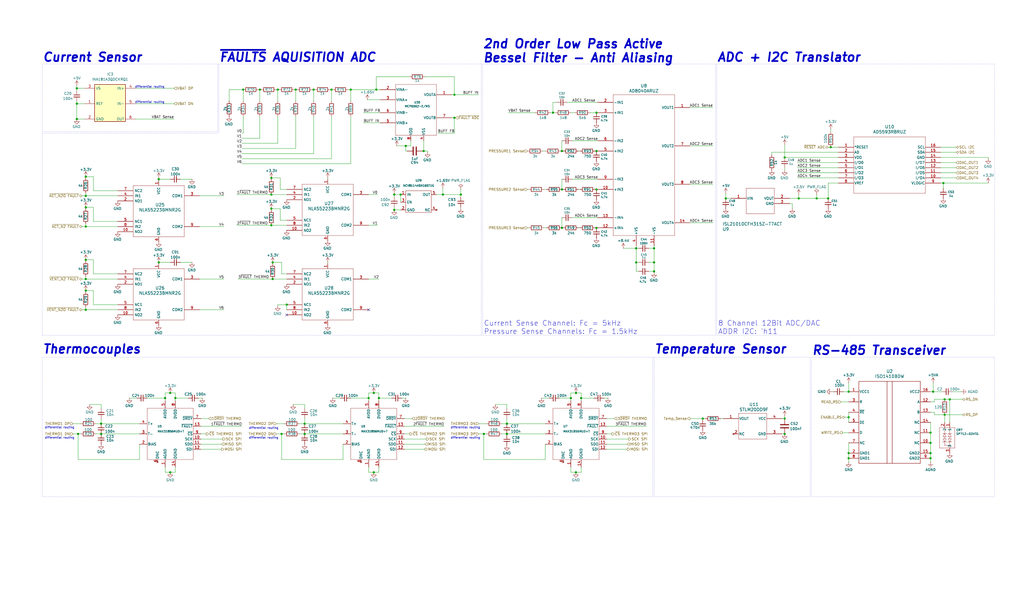
<source format=kicad_sch>
(kicad_sch (version 20250114) (generator "eeschema") (generator_version "9.0")
  (paper "User" 508 292.1)
  (rectangle (start 20.955 177.165) (end 323.85 246.38) (stroke (width 0) (type dot)))
  (rectangle (start 402.59 177.165) (end 493.395 246.38) (stroke (width 0) (type dot)))
  (rectangle (start 355.6 31.75) (end 493.395 166.37) (stroke (width 0) (type dot)))
  (rectangle (start 324.485 177.165) (end 401.955 246.38) (stroke (width 0) (type dot)))
  (rectangle (start 20.955 31.75) (end 107.95 65.405) (stroke (width 0) (type dot)))
  (rectangle (start 239.395 31.75) (end 354.965 166.37) (stroke (width 0) (type dot)))
  (text "differential routing\n" (at 74.295 43.18 0) (effects (font (size 1.016 1.016))))
  (text "Current Sensor\n" (at 20.955 28.575 0) (effects (font (size 4.318 4.318) (thickness 0.8636) (bold yes) (italic yes)) (justify left)))
  (text "8 Channel 12Bit ADC/DAC\nADDR I2C: 'h11" (at 356.235 162.56 0) (effects (font (size 2.54 2.54)) (justify left)))
  (text "Current Sense Channel: Fc = 5kHz\nPressure Sense Channels: Fc = 1.5kHz" (at 240.03 162.56 0) (effects (font (size 2.54 2.54)) (justify left)))
  (text "differential routing\n" (at 130.81 212.471 0) (effects (font (size 1.016 1.016))))
  (text "RS-485 Transceiver" (at 402.59 173.99 0) (effects (font (size 4.318 4.318) (thickness 0.8636) (bold yes) (italic yes)) (justify left)))
  (text "~{FAULTS} AQUISITION ADC" (at 108.585 28.575 0) (effects (font (size 4.318 4.318) (thickness 0.8636) (bold yes) (italic yes)) (justify left)))
  (text "differential routing\n" (at 130.81 217.297 0) (effects (font (size 1.016 1.016))))
  (text "Thermocouples" (at 20.955 173.355 0) (effects (font (size 4.318 4.318) (thickness 0.8636) (bold yes) (italic yes)) (justify left)))
  (text "2nd Order Low Pass Active \nBessel Filter - Anti Aliasing\n" (at 239.395 25.4 0) (effects (font (size 4.318 4.318) (thickness 0.8636) (bold yes) (italic yes)) (justify left)))
  (text "ADC + I2C Translator" (at 355.6 28.575 0) (effects (font (size 4.318 4.318) (thickness 0.8636) (bold yes) (italic yes)) (justify left)))
  (text "differential routing\n" (at 74.295 50.8 0) (effects (font (size 1.016 1.016))))
  (text "Temperature Sensor" (at 324.485 173.355 0) (effects (font (size 4.318 4.318) (thickness 0.8636) (bold yes) (italic yes)) (justify left)))
  (text "differential routing\n" (at 230.886 217.297 0) (effects (font (size 1.016 1.016))))
  (text "differential routing\n" (at 29.591 217.297 0) (effects (font (size 1.016 1.016))))
  (text "differential routing\n" (at 230.886 212.217 0) (effects (font (size 1.016 1.016))))
  (text "differential routing\n" (at 29.591 212.217 0) (effects (font (size 1.016 1.016))))
  (junction (at 173.99 44.45))
  (junction (at 42.545 102.87))
  (junction (at 285.6957 234.315))
  (junction (at 421.005 207.01))
  (junction (at 468.63 198.12))
  (junction (at 240.03 215.265))
  (junction (at 324.485 123.19))
  (junction (at 396.24 98.425))
  (junction (at 134.62 96.52))
  (junction (at 389.255 207.645))
  (junction (at 295.91 113.03))
  (junction (at 412.115 73.025))
  (junction (at 225.425 46.99))
  (junction (at 201.295 72.39))
  (junction (at 186.69 44.45))
  (junction (at 421.005 194.31))
  (junction (at 251.46 215.265))
  (junction (at 295.91 55.88))
  (junction (at 324.485 130.175))
  (junction (at 78.74 130.175))
  (junction (at 295.91 93.98))
  (junction (at 42.545 87.63))
  (junction (at 151.13 215.265))
  (junction (at 389.255 215.265))
  (junction (at 405.13 98.425))
  (junction (at 278.765 74.93))
  (junction (at 78.74 88.9))
  (junction (at 228.6 96.52))
  (junction (at 468.63 205.74))
  (junction (at 462.915 194.31))
  (junction (at 421.005 224.79))
  (junction (at 278.765 113.03))
  (junction (at 471.17 198.12))
  (junction (at 86.995 197.485))
  (junction (at 283.21 197.485))
  (junction (at 187.96 197.485))
  (junction (at 42.545 112.395))
  (junction (at 155.575 44.45))
  (junction (at 42.545 128.905))
  (junction (at 288.29 197.485))
  (junction (at 81.915 197.485))
  (junction (at 295.91 74.93))
  (junction (at 151.13 210.185))
  (junction (at 164.465 44.45))
  (junction (at 348.615 207.645))
  (junction (at 50.165 215.265))
  (junction (at 146.685 44.45))
  (junction (at 324.485 134.62))
  (junction (at 461.645 219.71))
  (junction (at 135.255 138.43))
  (junction (at 38.1 59.055))
  (junction (at 195.58 96.52))
  (junction (at 120.65 44.45))
  (junction (at 42.545 138.43))
  (junction (at 42.545 97.155))
  (junction (at 38.735 215.265))
  (junction (at 219.71 96.52))
  (junction (at 315.595 130.175))
  (junction (at 128.905 44.45))
  (junction (at 467.995 90.805))
  (junction (at 182.88 197.485))
  (junction (at 461.645 214.63))
  (junction (at 134.62 88.265))
  (junction (at 421.005 227.33))
  (junction (at 410.845 98.425))
  (junction (at 198.755 96.52))
  (junction (at 134.62 111.76))
  (junction (at 389.255 78.105))
  (junction (at 42.545 153.67))
  (junction (at 84.455 234.315))
  (junction (at 142.24 151.13))
  (junction (at 360.045 98.425))
  (junction (at 38.1 43.815))
  (junction (at 137.795 44.45))
  (junction (at 38.1 51.435))
  (junction (at 461.645 224.79))
  (junction (at 135.255 130.175))
  (junction (at 185.42 234.315))
  (junction (at 84.455 194.945))
  (junction (at 210.185 74.93))
  (junction (at 185.42 194.945))
  (junction (at 274.32 55.88))
  (junction (at 285.75 194.945))
  (junction (at 315.595 123.19))
  (junction (at 251.46 210.185))
  (junction (at 195.58 104.14))
  (junction (at 42.545 144.145))
  (junction (at 50.165 210.185))
  (junction (at 278.765 93.98))
  (junction (at 461.645 227.33))
  (junction (at 134.62 103.505))
  (junction (at 225.425 58.42))
  (junction (at 139.7 215.265))
  (no_connect (at 142.24 156.21))
  (no_connect (at 182.88 153.67))
  (wire (pts (xy 324.485 130.175) (xy 324.485 134.62)))
  (wire (pts (xy 81.915 197.485) (xy 81.915 198.755)))
  (wire (pts (xy 128.905 44.45) (xy 128.905 50.165)))
  (wire (pts (xy 50.165 210.185) (xy 69.215 210.185)))
  (wire (pts (xy 42.545 137.16) (xy 42.545 138.43)))
  (wire (pts (xy 78.74 88.9) (xy 78.74 89.535)))
  (wire (pts (xy 300.99 222.885) (xy 311.15 222.885)))
  (wire (pts (xy 461.645 214.63) (xy 461.645 219.71)))
  (wire (pts (xy 295.91 93.98) (xy 296.545 93.98)))
  (wire (pts (xy 170.18 220.345) (xy 170.18 227.965)))
  (wire (pts (xy 278.765 107.95) (xy 278.765 113.03)))
  (wire (pts (xy 468.63 205.74) (xy 477.52 205.74)))
  (wire (pts (xy 42.545 102.87) (xy 42.545 103.505)))
  (wire (pts (xy 164.465 44.45) (xy 165.1 44.45)))
  (wire (pts (xy 252.095 55.88) (xy 265.43 55.88)))
  (wire (pts (xy 468.63 205.74) (xy 468.63 209.55)))
  (wire (pts (xy 210.185 74.93) (xy 212.09 74.93)))
  (wire (pts (xy 42.545 95.885) (xy 42.545 97.155)))
  (wire (pts (xy 139.7 215.265) (xy 140.97 215.265)))
  (wire (pts (xy 67.31 59.055) (xy 86.36 59.055)))
  (wire (pts (xy 99.695 220.345) (xy 109.855 220.345)))
  (wire (pts (xy 292.735 55.88) (xy 295.91 55.88)))
  (wire (pts (xy 139.065 88.265) (xy 139.065 93.98)))
  (wire (pts (xy 47.625 210.185) (xy 50.165 210.185)))
  (wire (pts (xy 393.065 100.965) (xy 393.065 103.505)))
  (wire (pts (xy 42.545 111.125) (xy 42.545 112.395)))
  (wire (pts (xy 81.915 194.945) (xy 81.915 197.485)))
  (wire (pts (xy 151.13 215.265) (xy 170.18 215.265)))
  (wire (pts (xy 120.015 68.58) (xy 128.905 68.58)))
  (wire (pts (xy 228.6 96.52) (xy 228.6 97.79)))
  (wire (pts (xy 283.845 69.85) (xy 296.545 69.85)))
  (wire (pts (xy 461.645 209.55) (xy 461.645 214.63)))
  (wire (pts (xy 342.265 53.34) (xy 353.695 53.34)))
  (wire (pts (xy 38.735 215.265) (xy 40.005 215.265)))
  (wire (pts (xy 134.62 88.265) (xy 139.065 88.265)))
  (wire (pts (xy 461.645 224.79) (xy 461.645 227.33)))
  (wire (pts (xy 182.88 194.945) (xy 182.88 197.485)))
  (wire (pts (xy 224.155 46.99) (xy 225.425 46.99)))
  (wire (pts (xy 342.265 207.645) (xy 348.615 207.645)))
  (wire (pts (xy 120.015 76.2) (xy 155.575 76.2)))
  (wire (pts (xy 278.765 113.03) (xy 279.4 113.03)))
  (polyline (pts (xy 20.955 66.04) (xy 108.585 66.04)) (stroke (width 0) (type dot)))
  (wire (pts (xy 321.945 130.175) (xy 324.485 130.175)))
  (wire (pts (xy 391.795 98.425) (xy 396.24 98.425)))
  (wire (pts (xy 287.655 93.98) (xy 287.02 93.98)))
  (wire (pts (xy 300.99 217.805) (xy 311.785 217.805)))
  (wire (pts (xy 203.2 38.1) (xy 186.69 38.1)))
  (wire (pts (xy 295.91 113.03) (xy 296.545 113.03)))
  (wire (pts (xy 283.845 88.9) (xy 296.545 88.9)))
  (wire (pts (xy 217.17 66.04) (xy 225.425 66.04)))
  (wire (pts (xy 134.62 103.505) (xy 134.62 104.14)))
  (wire (pts (xy 419.1 207.01) (xy 421.005 207.01)))
  (wire (pts (xy 462.915 189.865) (xy 462.915 194.31)))
  (wire (pts (xy 50.165 207.645) (xy 50.165 210.185)))
  (wire (pts (xy 348.615 207.645) (xy 349.885 207.645)))
  (wire (pts (xy 42.545 112.395) (xy 40.64 112.395)))
  (wire (pts (xy 278.765 69.85) (xy 278.765 74.93)))
  (wire (pts (xy 474.345 85.725) (xy 466.725 85.725)))
  (wire (pts (xy 182.88 197.485) (xy 182.88 198.755)))
  (wire (pts (xy 128.905 57.785) (xy 128.905 68.58)))
  (wire (pts (xy 42.545 138.43) (xy 40.64 138.43)))
  (wire (pts (xy 81.915 234.315) (xy 84.455 234.315)))
  (wire (pts (xy 99.06 97.155) (xy 111.125 97.155)))
  (wire (pts (xy 315.595 134.62) (xy 316.865 134.62)))
  (wire (pts (xy 389.255 78.105) (xy 415.925 78.105)))
  (wire (pts (xy 288.29 234.315) (xy 288.29 231.775)))
  (wire (pts (xy 182.245 49.53) (xy 188.595 49.53)))
  (wire (pts (xy 42.545 138.43) (xy 58.42 138.43)))
  (wire (pts (xy 200.66 215.265) (xy 203.2 215.265)))
  (wire (pts (xy 38.1 42.545) (xy 38.1 43.815)))
  (wire (pts (xy 84.455 194.945) (xy 81.915 194.945)))
  (wire (pts (xy 410.845 90.805) (xy 415.925 90.805)))
  (wire (pts (xy 185.42 234.315) (xy 187.96 234.315)))
  (wire (pts (xy 219.71 93.345) (xy 219.71 96.52)))
  (polyline (pts (xy 20.955 166.37) (xy 20.955 66.04)) (stroke (width 0) (type dot)))
  (wire (pts (xy 73.025 197.485) (xy 81.915 197.485)))
  (wire (pts (xy 342.265 110.49) (xy 353.695 110.49)))
  (wire (pts (xy 405.13 96.52) (xy 405.13 98.425)))
  (wire (pts (xy 99.06 138.43) (xy 111.125 138.43)))
  (wire (pts (xy 162.56 88.265) (xy 162.56 88.9)))
  (wire (pts (xy 315.595 123.19) (xy 315.595 121.92)))
  (wire (pts (xy 139.7 135.89) (xy 142.24 135.89)))
  (wire (pts (xy 410.845 90.805) (xy 410.845 98.425)))
  (wire (pts (xy 173.99 44.45) (xy 186.69 44.45)))
  (wire (pts (xy 67.31 51.435) (xy 86.36 51.435)))
  (wire (pts (xy 38.1 50.165) (xy 38.1 51.435)))
  (wire (pts (xy 46.355 109.855) (xy 58.42 109.855)))
  (wire (pts (xy 285.6957 234.315) (xy 288.29 234.315)))
  (wire (pts (xy 173.99 50.165) (xy 173.99 44.45)))
  (wire (pts (xy 187.96 197.485) (xy 187.96 198.755)))
  (wire (pts (xy 187.96 197.485) (xy 194.31 197.485)))
  (wire (pts (xy 89.535 88.9) (xy 95.25 88.9)))
  (wire (pts (xy 186.69 38.1) (xy 186.69 44.45)))
  (wire (pts (xy 196.85 72.39) (xy 201.295 72.39)))
  (wire (pts (xy 198.755 96.52) (xy 198.755 100.33)))
  (wire (pts (xy 78.74 130.175) (xy 78.74 130.81)))
  (wire (pts (xy 462.915 194.31) (xy 467.36 194.31)))
  (wire (pts (xy 36.195 210.185) (xy 40.005 210.185)))
  (wire (pts (xy 113.665 44.45) (xy 113.665 50.165)))
  (wire (pts (xy 389.255 71.755) (xy 389.255 78.105)))
  (wire (pts (xy 342.265 91.44) (xy 353.695 91.44)))
  (wire (pts (xy 46.355 94.615) (xy 58.42 94.615)))
  (wire (pts (xy 269.24 74.93) (xy 270.51 74.93)))
  (wire (pts (xy 46.355 102.87) (xy 46.355 109.855)))
  (wire (pts (xy 120.015 78.74) (xy 164.465 78.74)))
  (wire (pts (xy 300.99 207.645) (xy 304.8 207.645)))
  (wire (pts (xy 417.195 199.39) (xy 421.005 199.39)))
  (wire (pts (xy 309.245 123.19) (xy 315.595 123.19)))
  (wire (pts (xy 225.425 58.42) (xy 224.155 58.42)))
  (wire (pts (xy 120.65 57.785) (xy 120.65 66.04)))
  (wire (pts (xy 251.46 210.185) (xy 270.51 210.185)))
  (wire (pts (xy 146.685 44.45) (xy 147.32 44.45)))
  (wire (pts (xy 474.345 73.025) (xy 466.725 73.025)))
  (wire (pts (xy 42.545 87.63) (xy 42.545 88.265)))
  (wire (pts (xy 182.88 234.315) (xy 185.42 234.315)))
  (wire (pts (xy 86.995 194.945) (xy 84.455 194.945)))
  (wire (pts (xy 285.75 194.945) (xy 288.29 194.945)))
  (wire (pts (xy 42.545 97.155) (xy 40.64 97.155)))
  (wire (pts (xy 120.015 71.12) (xy 137.795 71.12)))
  (wire (pts (xy 137.16 210.185) (xy 140.97 210.185)))
  (wire (pts (xy 279.4 74.93) (xy 278.765 74.93)))
  (wire (pts (xy 120.015 73.66) (xy 146.685 73.66)))
  (wire (pts (xy 396.24 98.425) (xy 405.13 98.425)))
  (wire (pts (xy 42.545 87.63) (xy 46.355 87.63)))
  (wire (pts (xy 200.66 217.805) (xy 211.455 217.805)))
  (wire (pts (xy 64.135 197.485) (xy 67.945 197.485)))
  (wire (pts (xy 274.32 50.8) (xy 274.32 55.88)))
  (wire (pts (xy 270.51 220.345) (xy 270.51 227.965)))
  (wire (pts (xy 151.13 210.185) (xy 170.18 210.185)))
  (wire (pts (xy 275.59 55.88) (xy 274.32 55.88)))
  (wire (pts (xy 210.185 74.93) (xy 209.55 74.93)))
  (wire (pts (xy 137.795 57.785) (xy 137.795 71.12)))
  (wire (pts (xy 50.165 200.66) (xy 50.165 202.565)))
  (wire (pts (xy 118.11 138.43) (xy 135.255 138.43)))
  (wire (pts (xy 299.72 197.485) (xy 301.625 197.485)))
  (wire (pts (xy 395.605 80.645) (xy 415.925 80.645)))
  (wire (pts (xy 225.425 46.99) (xy 237.49 46.99)))
  (wire (pts (xy 463.55 205.74) (xy 468.63 205.74)))
  (wire (pts (xy 170.18 227.965) (xy 139.7 227.965)))
  (wire (pts (xy 220.345 211.455) (xy 200.66 211.455)))
  (wire (pts (xy 46.355 151.13) (xy 58.42 151.13)))
  (wire (pts (xy 203.835 72.39) (xy 203.835 69.85)))
  (polyline (pts (xy 238.76 166.37) (xy 20.955 166.37)) (stroke (width 0) (type dot)))
  (wire (pts (xy 461.645 199.39) (xy 463.55 199.39)))
  (wire (pts (xy 134.62 103.505) (xy 139.065 103.505)))
  (wire (pts (xy 396.24 96.52) (xy 396.24 98.425)))
  (wire (pts (xy 99.06 153.67) (xy 111.125 153.67)))
  (wire (pts (xy 315.595 123.19) (xy 315.595 130.175)))
  (wire (pts (xy 187.96 194.945) (xy 187.96 197.485)))
  (wire (pts (xy 315.595 130.175) (xy 315.595 134.62)))
  (wire (pts (xy 295.275 93.98) (xy 295.91 93.98)))
  (wire (pts (xy 467.995 90.805) (xy 490.22 90.805)))
  (wire (pts (xy 182.88 194.945) (xy 185.42 194.945)))
  (wire (pts (xy 78.74 88.265) (xy 78.74 88.9)))
  (wire (pts (xy 295.91 55.88) (xy 296.545 55.88)))
  (wire (pts (xy 278.765 93.98) (xy 279.4 93.98)))
  (wire (pts (xy 201.295 74.93) (xy 201.295 72.39)))
  (wire (pts (xy 46.355 144.145) (xy 46.355 151.13)))
  (wire (pts (xy 395.605 83.185) (xy 415.925 83.185)))
  (wire (pts (xy 42.545 144.145) (xy 46.355 144.145)))
  (wire (pts (xy 421.005 189.865) (xy 421.005 194.31)))
  (wire (pts (xy 389.255 84.455) (xy 389.255 83.185)))
  (wire (pts (xy 180.34 55.88) (xy 188.595 55.88)))
  (wire (pts (xy 137.16 215.265) (xy 139.7 215.265)))
  (wire (pts (xy 210.82 38.1) (xy 225.425 38.1)))
  (wire (pts (xy 421.005 224.79) (xy 421.005 227.33)))
  (wire (pts (xy 219.71 96.52) (xy 228.6 96.52)))
  (wire (pts (xy 261.62 93.98) (xy 262.255 93.98)))
  (wire (pts (xy 163.83 44.45) (xy 164.465 44.45)))
  (wire (pts (xy 277.495 197.485) (xy 283.21 197.485)))
  (wire (pts (xy 472.44 194.31) (xy 476.885 194.31)))
  (wire (pts (xy 421.005 204.47) (xy 421.005 207.01)))
  (wire (pts (xy 36.195 215.265) (xy 38.735 215.265)))
  (wire (pts (xy 281.305 50.8) (xy 296.545 50.8)))
  (wire (pts (xy 417.83 214.63) (xy 421.005 214.63)))
  (wire (pts (xy 42.545 153.67) (xy 40.64 153.67)))
  (wire (pts (xy 342.265 72.39) (xy 353.695 72.39)))
  (wire (pts (xy 225.425 58.42) (xy 226.06 58.42)))
  (wire (pts (xy 461.645 204.47) (xy 463.55 204.47)))
  (wire (pts (xy 210.185 69.85) (xy 210.185 74.93)))
  (wire (pts (xy 98.425 197.485) (xy 100.33 197.485)))
  (wire (pts (xy 278.765 88.9) (xy 278.765 93.98)))
  (wire (pts (xy 295.275 113.03) (xy 295.91 113.03)))
  (wire (pts (xy 315.595 123.19) (xy 316.865 123.19)))
  (wire (pts (xy 42.545 153.67) (xy 58.42 153.67)))
  (wire (pts (xy 467.995 93.345) (xy 467.995 90.805)))
  (wire (pts (xy 228.6 102.87) (xy 228.6 103.505)))
  (wire (pts (xy 283.21 194.945) (xy 283.21 197.485)))
  (wire (pts (xy 474.345 75.565) (xy 466.725 75.565)))
  (wire (pts (xy 137.795 151.765) (xy 137.795 151.13)))
  (wire (pts (xy 288.29 197.485) (xy 294.64 197.485)))
  (wire (pts (xy 474.345 88.265) (xy 466.725 88.265)))
  (wire (pts (xy 139.7 130.175) (xy 139.7 135.89)))
  (wire (pts (xy 200.66 220.345) (xy 210.82 220.345)))
  (wire (pts (xy 146.685 44.45) (xy 146.685 50.165)))
  (wire (pts (xy 324.485 134.62) (xy 324.485 135.255)))
  (wire (pts (xy 395.605 85.725) (xy 415.925 85.725)))
  (wire (pts (xy 195.58 104.14) (xy 198.755 104.14)))
  (wire (pts (xy 268.605 197.485) (xy 272.415 197.485)))
  (wire (pts (xy 146.05 44.45) (xy 146.685 44.45)))
  (wire (pts (xy 142.24 153.67) (xy 142.24 151.13)))
  (wire (pts (xy 471.17 198.12) (xy 471.17 209.55)))
  (wire (pts (xy 288.29 197.485) (xy 288.29 198.755)))
  (wire (pts (xy 201.295 72.39) (xy 203.835 72.39)))
  (wire (pts (xy 137.795 44.45) (xy 138.43 44.45)))
  (wire (pts (xy 463.55 198.12) (xy 468.63 198.12)))
  (polyline (pts (xy 108.585 31.75) (xy 238.76 31.75)) (stroke (width 0) (type dot)))
  (wire (pts (xy 86.995 194.945) (xy 86.995 197.485)))
  (wire (pts (xy 173.99 44.45) (xy 172.72 44.45)))
  (polyline (pts (xy 108.585 31.75) (xy 108.585 66.04)) (stroke (width 0) (type dot)))
  (wire (pts (xy 421.005 227.33) (xy 421.005 229.235)))
  (wire (pts (xy 38.735 227.965) (xy 38.735 215.265)))
  (polyline (pts (xy 238.76 31.75) (xy 238.76 166.37)) (stroke (width 0) (type dot)))
  (wire (pts (xy 117.475 111.76) (xy 134.62 111.76)))
  (wire (pts (xy 237.49 210.185) (xy 241.3 210.185)))
  (wire (pts (xy 240.03 227.965) (xy 240.03 215.265)))
  (wire (pts (xy 251.46 200.66) (xy 251.46 202.565)))
  (wire (pts (xy 38.1 51.435) (xy 38.1 59.055)))
  (wire (pts (xy 42.545 128.905) (xy 42.545 129.54)))
  (wire (pts (xy 412.115 73.025) (xy 415.925 73.025)))
  (wire (pts (xy 42.545 102.87) (xy 46.355 102.87)))
  (wire (pts (xy 468.63 198.12) (xy 471.17 198.12)))
  (wire (pts (xy 186.69 44.45) (xy 188.595 44.45)))
  (wire (pts (xy 154.94 44.45) (xy 155.575 44.45)))
  (wire (pts (xy 395.605 88.265) (xy 415.925 88.265)))
  (wire (pts (xy 474.345 83.185) (xy 466.725 83.185)))
  (wire (pts (xy 182.88 96.52) (xy 187.325 96.52)))
  (wire (pts (xy 134.62 111.76) (xy 142.24 111.76)))
  (wire (pts (xy 410.845 73.025) (xy 412.115 73.025)))
  (wire (pts (xy 99.695 217.805) (xy 110.49 217.805)))
  (wire (pts (xy 67.31 43.815) (xy 86.36 43.815)))
  (wire (pts (xy 148.59 215.265) (xy 151.13 215.265)))
  (wire (pts (xy 182.88 111.76) (xy 187.325 111.76)))
  (wire (pts (xy 201.295 74.93) (xy 201.93 74.93)))
  (wire (pts (xy 283.21 231.775) (xy 283.21 234.315)))
  (wire (pts (xy 461.645 229.235) (xy 461.645 227.33)))
  (wire (pts (xy 251.46 215.265) (xy 270.51 215.265)))
  (wire (pts (xy 348.615 208.28) (xy 348.615 207.645)))
  (wire (pts (xy 38.1 43.815) (xy 41.91 43.815)))
  (wire (pts (xy 69.215 220.345) (xy 69.215 227.965)))
  (wire (pts (xy 195.58 97.79) (xy 195.58 96.52)))
  (wire (pts (xy 357.505 207.645) (xy 358.775 207.645)))
  (wire (pts (xy 405.13 98.425) (xy 410.845 98.425)))
  (wire (pts (xy 360.045 95.885) (xy 360.045 98.425)))
  (wire (pts (xy 276.225 50.8) (xy 274.32 50.8)))
  (wire (pts (xy 155.575 44.45) (xy 155.575 50.165)))
  (wire (pts (xy 182.88 231.775) (xy 182.88 234.315)))
  (wire (pts (xy 120.015 66.04) (xy 120.65 66.04)))
  (wire (pts (xy 283.21 194.945) (xy 285.75 194.945)))
  (wire (pts (xy 99.06 112.395) (xy 111.125 112.395)))
  (wire (pts (xy 164.465 50.165) (xy 164.465 44.45)))
  (wire (pts (xy 139.7 227.965) (xy 139.7 215.265)))
  (wire (pts (xy 42.545 112.395) (xy 58.42 112.395)))
  (wire (pts (xy 84.455 234.315) (xy 86.995 234.315)))
  (wire (pts (xy 195.58 96.52) (xy 198.755 96.52)))
  (wire (pts (xy 81.915 231.775) (xy 81.915 234.315)))
  (wire (pts (xy 199.39 197.485) (xy 201.295 197.485)))
  (wire (pts (xy 84.455 130.175) (xy 78.74 130.175)))
  (wire (pts (xy 195.58 95.885) (xy 195.58 96.52)))
  (wire (pts (xy 248.92 210.185) (xy 251.46 210.185)))
  (wire (pts (xy 245.745 200.66) (xy 251.46 200.66)))
  (wire (pts (xy 113.665 44.45) (xy 120.65 44.45)))
  (wire (pts (xy 135.255 130.175) (xy 139.7 130.175)))
  (wire (pts (xy 139.065 93.98) (xy 142.24 93.98)))
  (wire (pts (xy 321.945 134.62) (xy 324.485 134.62)))
  (wire (pts (xy 421.005 219.71) (xy 421.005 224.79)))
  (wire (pts (xy 287.02 113.03) (xy 287.655 113.03)))
  (wire (pts (xy 135.255 138.43) (xy 142.24 138.43)))
  (wire (pts (xy 129.54 44.45) (xy 128.905 44.45)))
  (wire (pts (xy 155.575 57.785) (xy 155.575 76.2)))
  (wire (pts (xy 324.485 121.92) (xy 324.485 123.19)))
  (wire (pts (xy 151.13 207.645) (xy 151.13 210.185)))
  (wire (pts (xy 134.62 88.265) (xy 134.62 88.9)))
  (wire (pts (xy 78.74 88.9) (xy 84.455 88.9)))
  (wire (pts (xy 462.915 194.31) (xy 461.645 194.31)))
  (wire (pts (xy 240.03 215.265) (xy 241.3 215.265)))
  (wire (pts (xy 99.695 215.265) (xy 102.235 215.265)))
  (wire (pts (xy 474.345 80.645) (xy 466.725 80.645)))
  (wire (pts (xy 283.21 234.315) (xy 285.6957 234.315)))
  (wire (pts (xy 128.905 44.45) (xy 128.27 44.45)))
  (wire (pts (xy 185.42 194.945) (xy 187.96 194.945)))
  (wire (pts (xy 38.1 51.435) (xy 41.91 51.435)))
  (wire (pts (xy 283.845 107.95) (xy 296.545 107.95)))
  (wire (pts (xy 270.51 227.965) (xy 240.03 227.965)))
  (wire (pts (xy 228.6 93.98) (xy 228.6 96.52)))
  (wire (pts (xy 137.795 151.13) (xy 142.24 151.13)))
  (wire (pts (xy 162.56 130.175) (xy 162.56 130.81)))
  (wire (pts (xy 273.05 55.88) (xy 274.32 55.88)))
  (wire (pts (xy 300.99 220.345) (xy 311.15 220.345)))
  (wire (pts (xy 300.99 215.265) (xy 303.53 215.265)))
  (wire (pts (xy 463.55 199.39) (xy 463.55 198.12)))
  (wire (pts (xy 117.475 96.52) (xy 134.62 96.52)))
  (wire (pts (xy 200.66 222.885) (xy 210.82 222.885)))
  (wire (pts (xy 261.62 113.03) (xy 262.255 113.03)))
  (wire (pts (xy 421.005 207.01) (xy 421.005 209.55)))
  (wire (pts (xy 173.99 57.785) (xy 173.99 81.28)))
  (wire (pts (xy 471.17 198.12) (xy 477.52 198.12)))
  (wire (pts (xy 44.45 200.66) (xy 50.165 200.66)))
  (wire (pts (xy 389.255 206.375) (xy 389.255 207.645)))
  (wire (pts (xy 46.355 135.89) (xy 58.42 135.89)))
  (wire (pts (xy 418.465 194.31) (xy 421.005 194.31)))
  (wire (pts (xy 216.535 96.52) (xy 219.71 96.52)))
  (wire (pts (xy 38.1 45.085) (xy 38.1 43.815)))
  (wire (pts (xy 195.58 102.87) (xy 195.58 104.14)))
  (wire (pts (xy 225.425 38.1) (xy 225.425 46.99)))
  (wire (pts (xy 42.545 128.905) (xy 46.355 128.905)))
  (wire (pts (xy 47.625 215.265) (xy 50.165 215.265)))
  (wire (pts (xy 466.725 90.805) (xy 467.995 90.805)))
  (wire (pts (xy 86.995 197.485) (xy 93.345 197.485)))
  (wire (pts (xy 46.355 87.63) (xy 46.355 94.615)))
  (wire (pts (xy 145.415 200.66) (xy 151.13 200.66)))
  (wire (pts (xy 391.795 100.965) (xy 393.065 100.965)))
  (wire (pts (xy 251.46 215.9) (xy 251.46 215.265)))
  (wire (pts (xy 173.99 197.485) (xy 182.88 197.485)))
  (wire (pts (xy 165.1 197.485) (xy 168.91 197.485)))
  (wire (pts (xy 187.96 234.315) (xy 187.96 231.775)))
  (wire (pts (xy 99.695 211.455) (xy 120.015 211.455)))
  (wire (pts (xy 137.795 44.45) (xy 137.795 50.165)))
  (wire (pts (xy 251.46 207.645) (xy 251.46 210.185)))
  (wire (pts (xy 86.995 197.485) (xy 86.995 198.755)))
  (wire (pts (xy 324.485 123.19) (xy 321.945 123.19)))
  (wire (pts (xy 134.62 96.52) (xy 142.24 96.52)))
  (wire (pts (xy 466.725 78.105) (xy 490.22 78.105)))
  (wire (pts (xy 387.985 207.645) (xy 389.255 207.645)))
  (wire (pts (xy 38.1 59.055) (xy 41.91 59.055)))
  (wire (pts (xy 200.66 207.645) (xy 204.47 207.645)))
  (wire (pts (xy 148.59 210.185) (xy 151.13 210.185)))
  (wire (pts (xy 139.065 103.505) (xy 139.065 109.22)))
  (wire (pts (xy 212.09 74.93) (xy 212.09 75.565)))
  (wire (pts (xy 360.045 98.425) (xy 362.585 98.425)))
  (wire (pts (xy 412.75 194.31) (xy 413.385 194.31)))
  (wire (pts (xy 463.55 204.47) (xy 463.55 205.74)))
  (wire (pts (xy 387.985 215.265) (xy 389.255 215.265)))
  (wire (pts (xy 164.465 57.785) (xy 164.465 78.74)))
  (wire (pts (xy 46.355 128.905) (xy 46.355 135.89)))
  (wire (pts (xy 151.13 200.66) (xy 151.13 202.565)))
  (wire (pts (xy 320.675 211.455) (xy 300.99 211.455)))
  (wire (pts (xy 225.425 58.42) (xy 225.425 66.04)))
  (wire (pts (xy 382.905 75.565) (xy 382.905 76.835)))
  (wire (pts (xy 287.02 74.93) (xy 287.655 74.93)))
  (wire (pts (xy 137.16 44.45) (xy 137.795 44.45)))
  (wire (pts (xy 89.535 130.175) (xy 95.25 130.175)))
  (wire (pts (xy 182.88 138.43) (xy 187.96 138.43)))
  (wire (pts (xy 288.29 194.945) (xy 288.29 197.485)))
  (wire (pts (xy 99.695 207.645) (xy 103.505 207.645)))
  (wire (pts (xy 69.215 227.965) (xy 38.735 227.965)))
  (wire (pts (xy 269.875 113.03) (xy 271.145 113.03)))
  (wire (pts (xy 295.275 74.93) (xy 295.91 74.93)))
  (wire (pts (xy 155.575 44.45) (xy 156.21 44.45)))
  (wire (pts (xy 382.905 75.565) (xy 415.925 75.565)))
  (wire (pts (xy 269.875 93.98) (xy 271.145 93.98)))
  (wire (pts (xy 285.115 55.88) (xy 283.21 55.88)))
  (wire (pts (xy 412.115 64.135) (xy 412.115 65.405)))
  (wire (pts (xy 42.545 152.4) (xy 42.545 153.67)))
  (wire (pts (xy 283.21 197.485) (xy 283.21 198.755)))
  (wire (pts (xy 180.34 60.96) (xy 188.595 60.96)))
  (wire (pts (xy 461.645 219.71) (xy 461.645 224.79)))
  (wire (pts (xy 86.995 234.315) (xy 86.995 231.775)))
  (wire (pts (xy 295.91 74.93) (xy 296.545 74.93)))
  (wire (pts (xy 135.255 130.175) (xy 135.255 130.81)))
  (wire (pts (xy 237.49 215.265) (xy 240.03 215.265)))
  (wire (pts (xy 120.015 81.28) (xy 173.99 81.28)))
  (wire (pts (xy 50.165 215.265) (xy 69.215 215.265)))
  (wire (pts (xy 248.92 215.265) (xy 251.46 215.265)))
  (wire (pts (xy 278.13 74.93) (xy 278.765 74.93)))
  (wire (pts (xy 42.545 97.155) (xy 58.42 97.155)))
  (wire (pts (xy 120.65 44.45) (xy 120.65 50.165)))
  (wire (pts (xy 324.485 130.175) (xy 324.485 123.19)))
  (wire (pts (xy 139.065 109.22) (xy 142.24 109.22)))
  (wire (pts (xy 315.595 130.175) (xy 316.865 130.175)))
  (wire (pts (xy 42.545 144.145) (xy 42.545 144.78)))
  (wire (pts (xy 146.685 57.785) (xy 146.685 73.66)))
  (wire (pts (xy 490.22 78.105) (xy 490.22 78.74)))
  (wire (pts (xy 99.695 222.885) (xy 109.855 222.885)))
  (label "V4" (at 111.125 112.395 180))
  (label "V4" (at 120.015 76.2 180))
  (label "VBAT Sense" (at 252.095 55.88 0) (effects (font (thickness 0.1588))))
  (label "BUFF FB" (at 180.34 55.88 0))
  (label "3~{FAULT} THERMO" (at 320.675 211.455 180))
  (label "ADC2 Sense" (at 395.605 83.185 0))
  (label "V0" (at 187.325 96.52 180))
  (label "ADC1 Sense" (at 395.605 80.645 0))
  (label "ADC3 Sense" (at 395.605 85.725 0))
  (label "ADC4 Sense" (at 285.115 107.95 0))
  (label "3~{FAULT} THERMO" (at 118.11 138.43 0))
  (label "ADC2 Sense" (at 285.115 69.85 0))
  (label "V3" (at 120.015 73.66 180))
  (label "ADC2 Sense" (at 353.695 72.39 180))
  (label "V5" (at 120.015 78.74 180))
  (label "2~{FAULT} THERMO" (at 220.345 211.455 180))
  (label "ADC3 Sense" (at 353.695 91.44 180))
  (label "1~{FAULT} THERMO" (at 120.015 211.455 180))
  (label "ADC1 Sense" (at 283.845 50.8 0))
  (label "2~{FAULT} THERMO" (at 117.475 111.76 0))
  (label "BUFF IN" (at 237.49 46.99 180))
  (label "VBAT Sense" (at 86.36 59.055 180) (effects (font (thickness 0.1588))))
  (label "ADC4 Sense" (at 353.695 110.49 180))
  (label "V6" (at 120.015 81.28 180))
  (label "V2" (at 187.96 138.43 180))
  (label "ADC3 Sense" (at 285.115 88.9 0))
  (label "V0" (at 120.015 66.04 180))
  (label "1~{FAULT} THERMO" (at 117.475 96.52 0))
  (label "V6" (at 111.125 153.67 180))
  (label "V1" (at 187.325 111.76 180))
  (label "ADC1 Sense" (at 353.695 53.34 180))
  (label "V3" (at 111.125 97.155 180))
  (label "ADC4 Sense" (at 395.605 88.265 0))
  (label "V2" (at 120.015 71.12 180))
  (label "V1" (at 120.015 68.58 180))
  (label "V5" (at 111.125 138.43 180))
  (label "BUFF FB" (at 217.17 66.04 0))
  (label "BUFF IN" (at 180.34 60.96 0))
  (hierarchical_label "PRESSURE2 Sense" (shape input) (at 261.62 93.98 180))
  (hierarchical_label "~{ACT_N2O FAULT}" (shape bidirectional) (at 40.64 97.155 180))
  (hierarchical_label "VBAT DP" (shape input) (at 86.36 43.815 0))
  (hierarchical_label "SCL I2C" (shape bidirectional) (at 474.345 73.025 0))
  (hierarchical_label "MOSI SPI" (shape output) (at 311.15 222.885 0))
  (hierarchical_label "2~{DRDY} THERMO" (shape input) (at 204.47 207.645 0))
  (hierarchical_label "RS_DP" (shape bidirectional) (at 477.52 205.74 0))
  (hierarchical_label "1~{DRDY} THERMO" (shape input) (at 103.505 207.645 0))
  (hierarchical_label "MISO SPI" (shape input) (at 109.855 220.345 0))
  (hierarchical_label "SCK SPI" (shape output) (at 311.785 217.805 0))
  (hierarchical_label "SDA I2C" (shape bidirectional) (at 474.345 75.565 0))
  (hierarchical_label "DAC_OUT2" (shape input) (at 474.345 83.185 0))
  (hierarchical_label "MISO SPI" (shape input) (at 311.15 220.345 0))
  (hierarchical_label "THERMO2 DP" (shape input) (at 137.16 210.185 180))
  (hierarchical_label "DAC_OUT4" (shape input) (at 474.345 88.265 0))
  (hierarchical_label "DAC_OUT1" (shape input) (at 474.345 80.645 0))
  (hierarchical_label "MOSI SPI" (shape output) (at 210.82 222.885 0))
  (hierarchical_label "THERMO2 DN" (shape input) (at 137.16 215.265 180))
  (hierarchical_label "READ_RS" (shape input) (at 417.195 199.39 180))
  (hierarchical_label "THERMO1 DP" (shape input) (at 36.195 210.185 180))
  (hierarchical_label "PRESSURE3 Sense" (shape input) (at 261.62 113.03 180))
  (hierarchical_label "MISO SPI" (shape input) (at 210.82 220.345 0))
  (hierarchical_label "WRITE_RS" (shape output) (at 417.83 214.63 180))
  (hierarchical_label "THERMO3 DP" (shape input) (at 237.49 215.265 180))
  (hierarchical_label "~{FAULT ADC}" (shape input) (at 226.06 58.42 0))
  (hierarchical_label "DAC_OUT3" (shape input) (at 474.345 85.725 0))
  (hierarchical_label "Temp_Sense" (shape output) (at 342.265 207.645 180))
  (hierarchical_label "ENABLE_RS" (shape bidirectional) (at 419.1 207.01 180))
  (hierarchical_label "~{RESET} ADC" (shape bidirectional) (at 410.845 73.025 180))
  (hierarchical_label "RS_DN" (shape bidirectional) (at 477.52 198.12 0))
  (hierarchical_label "THERMO1 DN" (shape input) (at 36.195 215.265 180))
  (hierarchical_label "THERMO3 DN" (shape input) (at 237.49 210.185 180))
  (hierarchical_label "~{ACT_N2 FAULT}" (shape bidirectional) (at 40.64 112.395 180))
  (hierarchical_label "SCK SPI" (shape output) (at 110.49 217.805 0))
  (hierarchical_label "~{VENT_N2 FAULT}" (shape bidirectional) (at 40.64 138.43 180))
  (hierarchical_label "~{VENT_N2O FAULT}" (shape bidirectional) (at 40.64 153.67 180))
  (hierarchical_label "~{CS} THERMO3 SPI" (shape output) (at 303.53 215.265 0))
  (hierarchical_label "SCK SPI" (shape output) (at 211.455 217.805 0))
  (hierarchical_label "VBAT DN" (shape input) (at 86.36 51.435 0))
  (hierarchical_label "PRESSURE1 Sense" (shape input) (at 261.62 74.93 180))
  (hierarchical_label "~{CS} THERMO2 SPI" (shape output) (at 203.2 215.265 0))
  (hierarchical_label "MOSI SPI" (shape output) (at 109.855 222.885 0))
  (hierarchical_label "~{CS} THERMO1 SPI" (shape output) (at 102.235 215.265 0))
  (hierarchical_label "3~{DRDY} THERMO" (shape input) (at 304.8 207.645 0))
  (symbol (lib_id "Device:C_Small") (at 410.845 100.965 0) (unit 1)
    (property "Reference" "C51" (at 414.02 99.695 0) (effects (font (size 1.016 1.016))))
    (property "Value" "1u" (at 414.02 101.6 0) (effects (font (size 1.016 1.016))))
    (property "Footprint" "Capacitor-0603:Capacitor_0603" (effects (hide yes)))
    (property "Description" "Unpolarized capacitor, small symbol" (effects (hide yes)))
  )
  (symbol (lib_id "Device:R") (at 160.02 44.45 270) (unit 1)
    (property "Reference" "R74" (at 158.115 44.45 90) (effects (justify left)))
    (property "Value" "1k" (at 158.75 46.355 90) (effects (justify left)))
    (property "Footprint" "Resistor-0402:RES_0402" (effects (hide yes)))
    (property "Description" "Resistor" (effects (hide yes)))
  )
  (symbol (lib_id "Device:R") (at 144.78 215.265 270) (unit 1)
    (property "Reference" "R38" (at 142.875 215.265 90) (effects (justify left)))
    (property "Value" "100" (at 142.748 213.233 90) (effects (justify left)))
    (property "Footprint" "Resistor-0402:RES_0402" (effects (hide yes)))
    (property "Description" "Resistor" (effects (hide yes)))
  )
  (symbol (lib_id "Device:R") (at 42.545 148.59 0) (unit 1)
    (property "Reference" "R29" (at 42.545 150.495 90) (effects (justify left)))
    (property "Value" "4k" (at 38.735 148.59 0) (effects (justify left)))
    (property "Footprint" "Resistor-0402:RES_0402" (effects (hide yes)))
    (property "Description" "Resistor" (effects (hide yes)))
  )
  (symbol (lib_id "power:GND") (at 165.1 197.485 0) (unit 1)
    (property "Reference" "#PWR059" (effects (hide yes)))
    (property "Value" "GND" (at 167.132 201.295 0) (effects (justify right)))
    (property "Description" "Power symbol creates a global label with name \"GND\" , ground" (effects (hide yes)))
  )
  (symbol (lib_id "power:GND") (at 64.135 197.485 0) (unit 1)
    (property "Reference" "#PWR075" (effects (hide yes)))
    (property "Value" "GND" (at 66.167 201.295 0) (effects (justify right)))
    (property "Description" "Power symbol creates a global label with name \"GND\" , ground" (effects (hide yes)))
  )
  (symbol (lib_id "Device:R") (at 135.255 134.62 0) (unit 1)
    (property "Reference" "R30" (at 135.255 136.525 90) (effects (justify left)))
    (property "Value" "4k" (at 131.445 134.62 0) (effects (justify left)))
    (property "Footprint" "Resistor-0402:RES_0402" (effects (hide yes)))
    (property "Description" "Resistor" (effects (hide yes)))
  )
  (symbol (lib_id "Device:C_Small") (at 281.305 88.9 90) (unit 1)
    (property "Reference" "C34" (at 281.305 84.455 90) (effects (font (size 1.016 1.016))))
    (property "Value" "10n" (at 281.305 86.36 90) (effects (font (size 1.016 1.016))))
    (property "Footprint" "Capacitor-0603:Capacitor_0603" (effects (hide yes)))
    (property "Description" "Unpolarized capacitor, small symbol" (effects (hide yes)))
  )
  (symbol (lib_id "power:GND") (at 162.56 161.29 0) (unit 1)
    (property "Reference" "#PWR0212" (effects (hide yes)))
    (property "Value" "GND" (at 164.465 165.1 0) (effects (justify right)))
    (property "Description" "Power symbol creates a global label with name \"GND\" , ground" (effects (hide yes)))
  )
  (symbol (lib_id "Device:R") (at 468.63 201.93 0) (unit 1)
    (property "Reference" "R13" (at 468.63 203.835 90) (effects (justify left)))
    (property "Value" "120" (at 463.55 201.93 0) (effects (justify left)))
    (property "Footprint" "Resistor-0603:RES_0603" (effects (hide yes)))
    (property "Description" "Resistor" (effects (hide yes)))
  )
  (symbol (lib_id "power:GND") (at 421.005 229.235 0) (unit 1)
    (property "Reference" "#PWR020" (effects (hide yes)))
    (property "Value" "GND" (at 421.005 233.045 0))
    (property "Description" "Power symbol creates a global label with name \"GND\" , ground" (effects (hide yes)))
  )
  (symbol (lib_id "Device:R") (at 164.465 53.975 180) (unit 1)
    (property "Reference" "R41" (at 164.465 52.07 90) (effects (justify left)))
    (property "Value" "2k" (at 162.56 52.705 90) (effects (justify left)))
    (property "Footprint" "Resistor-0402:RES_0402" (effects (hide yes)))
    (property "Description" "Resistor" (effects (hide yes)))
  )
  (symbol (lib_name "MAX31856MUD+T_1") (lib_id "MAX31856MUD-T:MAX31856MUD+T") (at 65.405 207.645 0) (unit 1)
    (property "Reference" "U5" (at 78.105 211.455 0) (effects (font (size 1.016 1.016)) (justify left)))
    (property "Value" "MAX31856MUD+T" (at 78.105 213.995 0) (effects (font (size 1.016 1.016)) (justify left)))
    (property "Footprint" "21-0066J_14_MXM" (effects (hide yes)))
    (property "Datasheet" "MAX31856MUD+T" (effects (hide yes)))
  )
  (symbol (lib_id "power:GND") (at 145.415 200.66 0) (unit 1)
    (property "Reference" "#PWR065" (effects (hide yes)))
    (property "Value" "GND" (at 147.447 204.47 0) (effects (justify right)))
    (property "Description" "Power symbol creates a global label with name \"GND\" , ground" (effects (hide yes)))
  )
  (symbol (lib_id "power:+3.3V") (at 162.56 130.175 0) (unit 1)
    (property "Reference" "#PWR0229" (effects (hide yes)))
    (property "Value" "+3.3V" (at 162.56 126.619 0))
    (property "Description" "Power symbol creates a global label with name \"+3.3V\"" (effects (hide yes)))
  )
  (symbol (lib_id "SP712-02HTG:SP712-02HTG") (at 471.17 204.47 270) (unit 1)
    (property "Reference" "CR7" (at 474.345 213.36 90) (effects (font (size 1.016 1.016)) (justify left)))
    (property "Value" "SP712-02HTG" (at 474.345 215.265 90) (effects (font (size 1.016 1.016)) (justify left)))
    (property "Footprint" "2Channel ESD RS485 - P712-02HTG:SOT23-3_LTF" (effects (hide yes)))
    (property "Datasheet" "SP712-02HTG" (effects (hide yes)))
  )
  (symbol (lib_id "MCP6002-E-MS:MCP6002-E_MS") (at 188.595 46.99 0) (unit 1)
    (property "Reference" "U30" (at 207.01 50.8 0) (effects (font (size 1.016 1.016))))
    (property "Value" "MCP6002-E/MS" (at 207.01 52.705 0) (effects (font (size 1.016 1.016))))
    (property "Footprint" "MSOP8_MC_MCH" (effects (hide yes)))
    (property "Datasheet" "MCP6002-E/MS" (effects (hide yes)))
  )
  (symbol (lib_id "power:GND") (at 471.17 224.79 0) (unit 1)
    (property "Reference" "#PWR024" (effects (hide yes)))
    (property "Value" "GND" (at 470.916 228.854 0))
    (property "Description" "Power symbol creates a global label with name \"GND\" , ground" (effects (hide yes)))
  )
  (symbol (lib_id "STLM20DD9F:STLM20DD9F") (at 365.125 210.185 0) (unit 1)
    (property "Reference" "U11" (at 374.015 200.66 0) (effects (font (size 1.524 1.524))))
    (property "Value" "STLM20DD9F" (at 374.015 203.2 0) (effects (font (size 1.524 1.524))))
    (property "Footprint" "STLM20DD9F:UDFN-4L_STM" (effects (hide yes)))
    (property "Datasheet" "STLM20DD9F" (effects (hide yes)))
  )
  (symbol (lib_id "Device:R") (at 113.665 53.975 180) (unit 1)
    (property "Reference" "R33" (at 113.665 52.07 90) (effects (justify left)))
    (property "Value" "2k" (at 111.76 52.705 90) (effects (justify left)))
    (property "Footprint" "Resistor-0402:RES_0402" (effects (hide yes)))
    (property "Description" "Resistor" (effects (hide yes)))
  )
  (symbol (lib_id "power:GND") (at 137.795 151.765 0) (unit 1)
    (property "Reference" "#PWR0225" (effects (hide yes)))
    (property "Value" "GND" (at 139.7 155.575 0) (effects (justify right)))
    (property "Description" "Power symbol creates a global label with name \"GND\" , ground" (effects (hide yes)))
  )
  (symbol (lib_id "Device:R") (at 146.685 53.975 180) (unit 1)
    (property "Reference" "R39" (at 146.685 52.07 90) (effects (justify left)))
    (property "Value" "2k" (at 144.78 52.705 90) (effects (justify left)))
    (property "Footprint" "Resistor-0402:RES_0402" (effects (hide yes)))
    (property "Description" "Resistor" (effects (hide yes)))
  )
  (symbol (lib_id "Device:R") (at 283.21 74.93 90) (mirror x) (unit 1)
    (property "Reference" "R92" (at 285.115 74.93 90) (effects (justify left)))
    (property "Value" "24k" (at 285.115 77.47 90) (effects (justify left)))
    (property "Footprint" "Resistor-0402:RES_0402" (effects (hide yes)))
    (property "Description" "Resistor" (effects (hide yes)))
  )
  (symbol (lib_id "Device:C_Small") (at 151.13 205.105 0) (unit 1)
    (property "Reference" "C26" (at 155.575 203.835 0))
    (property "Value" "10n" (at 155.575 205.74 0))
    (property "Footprint" "Capacitor-0402:Capacitor_0402" (effects (hide yes)))
    (property "Description" "Unpolarized capacitor, small symbol" (effects (hide yes)))
  )
  (symbol (lib_id "power:+3.3V") (at 185.42 194.945 0) (unit 1)
    (property "Reference" "#PWR061" (effects (hide yes)))
    (property "Value" "+3.3V" (at 185.42 191.389 0))
    (property "Description" "Power symbol creates a global label with name \"+3.3V\"" (effects (hide yes)))
  )
  (symbol (lib_id "Device:R") (at 151.13 44.45 270) (unit 1)
    (property "Reference" "R73" (at 149.225 44.45 90) (effects (justify left)))
    (property "Value" "1k" (at 149.86 46.355 90) (effects (justify left)))
    (property "Footprint" "Resistor-0402:RES_0402" (effects (hide yes)))
    (property "Description" "Resistor" (effects (hide yes)))
  )
  (symbol (lib_id "power:GND") (at 185.42 234.315 0) (unit 1)
    (property "Reference" "#PWR063" (effects (hide yes)))
    (property "Value" "GND" (at 187.452 238.125 0) (effects (justify right)))
    (property "Description" "Power symbol creates a global label with name \"GND\" , ground" (effects (hide yes)))
  )
  (symbol (lib_id "Device:R") (at 274.32 74.93 90) (mirror x) (unit 1)
    (property "Reference" "R43" (at 276.225 74.93 90) (effects (justify left)))
    (property "Value" "3k" (at 275.59 77.47 90) (effects (justify left)))
    (property "Footprint" "Resistor-0402:RES_0402" (effects (hide yes)))
    (property "Description" "Resistor" (effects (hide yes)))
  )
  (symbol (lib_id "Device:C_Small") (at 151.13 217.805 0) (unit 1)
    (property "Reference" "C28" (at 155.575 216.535 0))
    (property "Value" "10n" (at 155.575 218.44 0))
    (property "Footprint" "Capacitor-0402:Capacitor_0402" (effects (hide yes)))
    (property "Description" "Unpolarized capacitor, small symbol" (effects (hide yes)))
  )
  (symbol (lib_id "Device:R") (at 42.545 107.315 0) (unit 1)
    (property "Reference" "R27" (at 42.545 109.22 90) (effects (justify left)))
    (property "Value" "4k" (at 38.735 107.315 0) (effects (justify left)))
    (property "Footprint" "Resistor-0402:RES_0402" (effects (hide yes)))
    (property "Description" "Resistor" (effects (hide yes)))
  )
  (symbol (lib_id "NLAS5223BMNR2G:NLAS5223BMNR2G") (at 78.74 144.78 0) (unit 1)
    (property "Reference" "U26" (at 79.375 142.875 0) (effects (font (size 1.524 1.524))))
    (property "Value" "NLAS5223BMNR2G" (at 79.375 145.415 0) (effects (font (size 1.524 1.524))))
    (property "Footprint" "WQFN10_1P4X1P8_ONS" (effects (hide yes)))
    (property "Datasheet" "NLAS5223BMNR2G" (effects (hide yes)))
  )
  (symbol (lib_id "Device:C_Small") (at 348.615 210.82 180) (unit 1)
    (property "Reference" "C50" (at 344.805 210.185 0))
    (property "Value" "470n" (at 344.805 212.09 0))
    (property "Footprint" "Capacitor-0402:Capacitor_0402" (effects (hide yes)))
    (property "Description" "Unpolarized capacitor, small symbol" (effects (hide yes)))
  )
  (symbol (lib_id "power:GND") (at 490.22 78.74 0) (unit 1)
    (property "Reference" "#PWR0105" (effects (hide yes)))
    (property "Value" "GND" (at 492.125 82.55 0) (effects (justify right)))
    (property "Description" "Power symbol creates a global label with name \"GND\" , ground" (effects (hide yes)))
  )
  (symbol (lib_id "power:GND") (at 58.42 140.97 0) (unit 1)
    (property "Reference" "#PWR076" (effects (hide yes)))
    (property "Value" "GND" (at 60.325 144.78 0) (effects (justify right)))
    (property "Description" "Power symbol creates a global label with name \"GND\" , ground" (effects (hide yes)))
  )
  (symbol (lib_id "Device:R") (at 382.905 80.645 0) (mirror x) (unit 1)
    (property "Reference" "R52" (at 382.905 78.74 90) (effects (justify left)))
    (property "Value" "1k" (at 384.81 79.375 90) (effects (justify left)))
    (property "Footprint" "Resistor-0402:RES_0402" (effects (hide yes)))
    (property "Description" "Resistor" (effects (hide yes)))
  )
  (symbol (lib_id "Device:C_Small") (at 319.405 130.175 90) (mirror x) (unit 1)
    (property "Reference" "C45" (at 319.405 126.365 90) (effects (font (size 1.016 1.016))))
    (property "Value" "1u" (at 319.405 127.635 90) (effects (font (size 1.016 1.016))))
    (property "Footprint" "Capacitor-0603:Capacitor_0603" (effects (hide yes)))
    (property "Description" "Unpolarized capacitor, small symbol" (effects (hide yes)))
  )
  (symbol (lib_id "Device:R") (at 291.465 74.93 90) (mirror x) (unit 1)
    (property "Reference" "R93" (at 293.37 74.93 90) (effects (justify left)))
    (property "Value" "750" (at 293.37 77.47 90) (effects (justify left)))
    (property "Footprint" "Resistor-0402:RES_0402" (effects (hide yes)))
    (property "Description" "Resistor" (effects (hide yes)))
  )
  (symbol (lib_id "power:+3.3V") (at 134.62 103.505 0) (unit 1)
    (property "Reference" "#PWR0211" (effects (hide yes)))
    (property "Value" "+3.3V" (at 134.62 99.949 0))
    (property "Description" "Power symbol creates a global label with name \"+3.3V\"" (effects (hide yes)))
  )
  (symbol (lib_id "power:GND") (at 162.56 119.38 0) (unit 1)
    (property "Reference" "#PWR0228" (effects (hide yes)))
    (property "Value" "GND" (at 164.465 123.19 0) (effects (justify right)))
    (property "Description" "Power symbol creates a global label with name \"GND\" , ground" (effects (hide yes)))
  )
  (symbol (lib_id "Device:R") (at 291.465 113.03 90) (mirror x) (unit 1)
    (property "Reference" "R50" (at 293.37 113.03 90) (effects (justify left)))
    (property "Value" "750" (at 293.37 115.57 90) (effects (justify left)))
    (property "Footprint" "Resistor-0402:RES_0402" (effects (hide yes)))
    (property "Description" "Resistor" (effects (hide yes)))
  )
  (symbol (lib_id "Device:R") (at 133.35 44.45 270) (unit 1)
    (property "Reference" "R71" (at 131.445 44.45 90) (effects (justify left)))
    (property "Value" "1k" (at 132.08 46.355 90) (effects (justify left)))
    (property "Footprint" "Resistor-0402:RES_0402" (effects (hide yes)))
    (property "Description" "Resistor" (effects (hide yes)))
  )
  (symbol (lib_id "Device:C_Small") (at 469.9 194.31 270) (unit 1)
    (property "Reference" "C2" (at 464.82 193.04 90) (effects (justify left)))
    (property "Value" "100n" (at 471.17 193.04 90) (effects (justify left)))
    (property "Footprint" "Capacitor-0402:Capacitor_0402" (effects (hide yes)))
    (property "Description" "Unpolarized capacitor, small symbol" (effects (hide yes)))
  )
  (symbol (lib_id "power:Earth") (at 476.885 194.31 90) (unit 1)
    (property "Reference" "#PWR023" (effects (hide yes)))
    (property "Value" "AGND" (at 482.6 194.31 90))
    (property "Description" "Power symbol creates a global label with name \"Earth\"" (effects (hide yes)))
  )
  (symbol (lib_id "power:GND") (at 58.42 156.21 0) (unit 1)
    (property "Reference" "#PWR0218" (effects (hide yes)))
    (property "Value" "GND" (at 60.325 160.02 0) (effects (justify right)))
    (property "Description" "Power symbol creates a global label with name \"GND\" , ground" (effects (hide yes)))
  )
  (symbol (lib_id "Device:R") (at 291.465 93.98 90) (mirror x) (unit 1)
    (property "Reference" "R91" (at 293.37 93.98 90) (effects (justify left)))
    (property "Value" "750" (at 293.37 96.52 90) (effects (justify left)))
    (property "Footprint" "Resistor-0402:RES_0402" (effects (hide yes)))
    (property "Description" "Resistor" (effects (hide yes)))
  )
  (symbol (lib_id "Device:C_Small") (at 50.165 205.105 0) (unit 1)
    (property "Reference" "C21" (at 54.61 203.835 0))
    (property "Value" "10n" (at 54.61 205.74 0))
    (property "Footprint" "Capacitor-0402:Capacitor_0402" (effects (hide yes)))
    (property "Description" "Unpolarized capacitor, small symbol" (effects (hide yes)))
  )
  (symbol (lib_id "Device:C_Small") (at 251.46 212.725 0) (unit 1)
    (property "Reference" "C37" (at 253.365 211.455 0) (effects (justify left)))
    (property "Value" "100n" (at 253.365 213.995 0) (effects (justify left)))
    (property "Footprint" "Capacitor-0402:Capacitor_0402" (effects (hide yes)))
    (property "Description" "Unpolarized capacitor, small symbol" (effects (hide yes)))
  )
  (symbol (lib_id "power:+3.3V") (at 389.255 206.375 0) (unit 1)
    (property "Reference" "#PWR0102" (effects (hide yes)))
    (property "Value" "+3.3V" (at 389.255 202.565 0))
    (property "Description" "Power symbol creates a global label with name \"+3.3V\"" (effects (hide yes)))
  )
  (symbol (lib_id "Device:R") (at 412.115 69.215 0) (unit 1)
    (property "Reference" "R54" (at 412.115 71.12 90) (effects (justify left)))
    (property "Value" "100k" (at 409.575 71.12 90) (effects (justify left)))
    (property "Footprint" "Resistor-0402:RES_0402" (effects (hide yes)))
    (property "Description" "Resistor" (effects (hide yes)))
  )
  (symbol (lib_id "power:GND") (at 285.6957 234.315 0) (unit 1)
    (property "Reference" "#PWR073" (effects (hide yes)))
    (property "Value" "GND" (at 287.7277 238.125 0) (effects (justify right)))
    (property "Description" "Power symbol creates a global label with name \"GND\" , ground" (effects (hide yes)))
  )
  (symbol (lib_id "Device:R") (at 279.4 55.88 90) (mirror x) (unit 1)
    (property "Reference" "R48" (at 281.305 55.88 90) (effects (justify left)))
    (property "Value" "1k8" (at 281.305 58.42 90) (effects (justify left)))
    (property "Footprint" "Resistor-0402:RES_0402" (effects (hide yes)))
    (property "Description" "Resistor" (effects (hide yes)))
  )
  (symbol (lib_id "Device:C_Small") (at 95.885 197.485 270) (unit 1)
    (property "Reference" "C25" (at 91.44 195.58 90) (effects (justify left)))
    (property "Value" "100n" (at 97.155 195.58 90) (effects (justify left)))
    (property "Footprint" "Capacitor-0402:Capacitor_0402" (effects (hide yes)))
    (property "Description" "Unpolarized capacitor, small symbol" (effects (hide yes)))
  )
  (symbol (lib_id "Device:C_Small") (at 70.485 197.485 270) (unit 1)
    (property "Reference" "C24" (at 65.405 196.215 90) (effects (justify left)))
    (property "Value" "100n" (at 71.755 196.215 90) (effects (justify left)))
    (property "Footprint" "Capacitor-0402:Capacitor_0402" (effects (hide yes)))
    (property "Description" "Unpolarized capacitor, small symbol" (effects (hide yes)))
  )
  (symbol (lib_id "Device:C_Small") (at 295.91 115.57 0) (unit 1)
    (property "Reference" "C42" (at 299.72 114.935 0) (effects (font (size 1.016 1.016))))
    (property "Value" "4.7n" (at 299.72 116.84 0) (effects (font (size 1.016 1.016))))
    (property "Footprint" "Capacitor-0603:Capacitor_0603" (effects (hide yes)))
    (property "Description" "Unpolarized capacitor, small symbol" (effects (hide yes)))
  )
  (symbol (lib_id "Device:R") (at 124.46 44.45 270) (unit 1)
    (property "Reference" "R70" (at 122.555 44.45 90) (effects (justify left)))
    (property "Value" "1k" (at 123.19 46.355 90) (effects (justify left)))
    (property "Footprint" "Resistor-0402:RES_0402" (effects (hide yes)))
    (property "Description" "Resistor" (effects (hide yes)))
  )
  (symbol (lib_id "power:+5V") (at 396.24 96.52 0) (unit 1)
    (property "Reference" "#PWR098" (effects (hide yes)))
    (property "Value" "+2.5V" (at 396.24 92.71 0))
    (property "Description" "Power symbol creates a global label with name \"+5V\"" (effects (hide yes)))
  )
  (symbol (lib_id "power:+3.3V") (at 134.62 88.265 0) (unit 1)
    (property "Reference" "#PWR0210" (effects (hide yes)))
    (property "Value" "+3.3V" (at 134.62 84.709 0))
    (property "Description" "Power symbol creates a global label with name \"+3.3V\"" (effects (hide yes)))
  )
  (symbol (lib_id "power:GND") (at 142.24 140.97 0) (unit 1)
    (property "Reference" "#PWR0226" (effects (hide yes)))
    (property "Value" "GND" (at 144.145 144.78 0) (effects (justify right)))
    (property "Description" "Power symbol creates a global label with name \"GND\" , ground" (effects (hide yes)))
  )
  (symbol (lib_id "AD8040ARUZ:AD8040ARUZ") (at 296.545 52.07 0) (unit 1)
    (property "Reference" "U8" (at 319.405 42.545 0) (effects (font (size 1.524 1.524))))
    (property "Value" "AD8040ARUZ" (at 319.405 45.085 0) (effects (font (size 1.524 1.524))))
    (property "Footprint" "RU_14_ADI" (effects (hide yes)))
    (property "Datasheet" "AD8040ARUZ" (effects (hide yes)))
  )
  (symbol (lib_id "power:GND") (at 58.42 99.695 0) (unit 1)
    (property "Reference" "#PWR0214" (effects (hide yes)))
    (property "Value" "GND" (at 60.325 103.505 0) (effects (justify right)))
    (property "Description" "Power symbol creates a global label with name \"GND\" , ground" (effects (hide yes)))
  )
  (symbol (lib_id "power:+3.3V") (at 285.75 194.945 0) (unit 1)
    (property "Reference" "#PWR074" (effects (hide yes)))
    (property "Value" "+3.3V" (at 285.75 191.389 0))
    (property "Description" "Power symbol creates a global label with name \"+3.3V\"" (effects (hide yes)))
  )
  (symbol (lib_id "power:+5V") (at 389.255 71.755 0) (unit 1)
    (property "Reference" "#PWR095" (effects (hide yes)))
    (property "Value" "+5V" (at 389.255 67.945 0))
    (property "Description" "Power symbol creates a global label with name \"+5V\"" (effects (hide yes)))
  )
  (symbol (lib_id "NLAS5223BMNR2G:NLAS5223BMNR2G") (at 162.56 102.87 0) (unit 1)
    (property "Reference" "U27" (at 163.195 100.965 0) (effects (font (size 1.524 1.524))))
    (property "Value" "NLAS5223BMNR2G" (at 163.195 103.505 0) (effects (font (size 1.524 1.524))))
    (property "Footprint" "WQFN10_1P4X1P8_ONS" (effects (hide yes)))
    (property "Datasheet" "NLAS5223BMNR2G" (effects (hide yes)))
  )
  (symbol (lib_id "power:GND") (at 382.905 84.455 0) (unit 1)
    (property "Reference" "#PWR094" (effects (hide yes)))
    (property "Value" "GND" (at 384.81 88.265 0) (effects (justify right)))
    (property "Description" "Power symbol creates a global label with name \"GND\" , ground" (effects (hide yes)))
  )
  (symbol (lib_id "Device:R") (at 266.065 113.03 90) (mirror x) (unit 1)
    (property "Reference" "R45" (at 267.97 113.03 90) (effects (justify left)))
    (property "Value" "3k" (at 267.335 115.57 90) (effects (justify left)))
    (property "Footprint" "Resistor-0402:RES_0402" (effects (hide yes)))
    (property "Description" "Resistor" (effects (hide yes)))
  )
  (symbol (lib_id "Device:R") (at 173.99 53.975 180) (unit 1)
    (property "Reference" "R69" (at 173.99 52.07 90) (effects (justify left)))
    (property "Value" "2k" (at 172.085 52.705 90) (effects (justify left)))
    (property "Footprint" "Resistor-0402:RES_0402" (effects (hide yes)))
    (property "Description" "Resistor" (effects (hide yes)))
  )
  (symbol (lib_id "Device:R") (at 155.575 53.975 180) (unit 1)
    (property "Reference" "R40" (at 155.575 52.07 90) (effects (justify left)))
    (property "Value" "2k" (at 153.67 52.705 90) (effects (justify left)))
    (property "Footprint" "Resistor-0402:RES_0402" (effects (hide yes)))
    (property "Description" "Resistor" (effects (hide yes)))
  )
  (symbol (lib_id "power:GND") (at 58.42 114.935 0) (unit 1)
    (property "Reference" "#PWR0213" (effects (hide yes)))
    (property "Value" "GND" (at 60.325 118.745 0) (effects (justify right)))
    (property "Description" "Power symbol creates a global label with name \"GND\" , ground" (effects (hide yes)))
  )
  (symbol (lib_id "Device:R") (at 283.21 93.98 90) (mirror x) (unit 1)
    (property "Reference" "R51" (at 285.115 93.98 90) (effects (justify left)))
    (property "Value" "24k" (at 285.115 96.52 90) (effects (justify left)))
    (property "Footprint" "Resistor-0402:RES_0402" (effects (hide yes)))
    (property "Description" "Resistor" (effects (hide yes)))
  )
  (symbol (lib_id "Device:C_Small") (at 151.13 212.725 0) (unit 1)
    (property "Reference" "C27" (at 153.035 211.455 0) (effects (justify left)))
    (property "Value" "100n" (at 153.035 213.995 0) (effects (justify left)))
    (property "Footprint" "Capacitor-0402:Capacitor_0402" (effects (hide yes)))
    (property "Description" "Unpolarized capacitor, small symbol" (effects (hide yes)))
  )
  (symbol (lib_id "power:GND") (at 389.255 84.455 0) (unit 1)
    (property "Reference" "#PWR096" (effects (hide yes)))
    (property "Value" "GND" (at 391.16 88.265 0) (effects (justify right)))
    (property "Description" "Power symbol creates a global label with name \"GND\" , ground" (effects (hide yes)))
  )
  (symbol (lib_id "power:+3.3V") (at 195.58 95.885 0) (unit 1)
    (property "Reference" "#PWR0227" (effects (hide yes)))
    (property "Value" "+3.3V" (at 195.58 92.329 0))
    (property "Description" "Power symbol creates a global label with name \"+3.3V\"" (effects (hide yes)))
  )
  (symbol (lib_id "power:+3.3V") (at 78.74 88.265 0) (unit 1)
    (property "Reference" "#PWR0215" (effects (hide yes)))
    (property "Value" "+3.3V" (at 78.74 84.709 0))
    (property "Description" "Power symbol creates a global label with name \"+3.3V\"" (effects (hide yes)))
  )
  (symbol (lib_id "power:GND") (at 142.24 114.3 0) (unit 1)
    (property "Reference" "#PWR0223" (effects (hide yes)))
    (property "Value" "GND" (at 144.145 118.11 0) (effects (justify right)))
    (property "Description" "Power symbol creates a global label with name \"GND\" , ground" (effects (hide yes)))
  )
  (symbol (lib_id "Device:R") (at 134.62 92.71 0) (unit 1)
    (property "Reference" "R31" (at 134.62 94.615 90) (effects (justify left)))
    (property "Value" "4k" (at 130.81 92.71 0) (effects (justify left)))
    (property "Footprint" "Resistor-0402:RES_0402" (effects (hide yes)))
    (property "Description" "Resistor" (effects (hide yes)))
  )
  (symbol (lib_id "power:+3.3V") (at 196.85 72.39 0) (unit 1)
    (property "Reference" "#PWR0236" (effects (hide yes)))
    (property "Value" "+3.3V" (at 196.85 68.834 0))
    (property "Description" "Power symbol creates a global label with name \"+3.3V\"" (effects (hide yes)))
  )
  (symbol (lib_id "Device:R") (at 283.21 113.03 90) (mirror x) (unit 1)
    (property "Reference" "R49" (at 285.115 113.03 90) (effects (justify left)))
    (property "Value" "24k" (at 285.115 115.57 90) (effects (justify left)))
    (property "Footprint" "Resistor-0402:RES_0402" (effects (hide yes)))
    (property "Description" "Resistor" (effects (hide yes)))
  )
  (symbol (lib_id "Device:C_Small") (at 86.995 130.175 90) (mirror x) (unit 1)
    (property "Reference" "C91" (at 86.995 125.095 90))
    (property "Value" "100n" (at 86.995 127.635 90))
    (property "Footprint" "Capacitor-0402:Capacitor_0402" (effects (hide yes)))
    (property "Description" "Unpolarized capacitor, small symbol" (effects (hide yes)))
  )
  (symbol (lib_id "Device:C_Small") (at 295.91 96.52 0) (unit 1)
    (property "Reference" "C41" (at 299.72 95.885 0) (effects (font (size 1.016 1.016))))
    (property "Value" "4.7n" (at 299.72 97.79 0) (effects (font (size 1.016 1.016))))
    (property "Footprint" "Capacitor-0603:Capacitor_0603" (effects (hide yes)))
    (property "Description" "Unpolarized capacitor, small symbol" (effects (hide yes)))
  )
  (symbol (lib_name "MAX31856MUD+T_2") (lib_id "MAX31856MUD-T:MAX31856MUD+T") (at 166.37 207.645 0) (unit 1)
    (property "Reference" "U6" (at 179.07 211.455 0) (effects (font (size 1.016 1.016)) (justify left)))
    (property "Value" "MAX31856MUD+T" (at 179.07 213.995 0) (effects (font (size 1.016 1.016)) (justify left)))
    (property "Footprint" "21-0066J_14_MXM" (effects (hide yes)))
    (property "Datasheet" "MAX31856MUD+T" (effects (hide yes)))
  )
  (symbol (lib_id "power:+5V") (at 462.915 189.865 0) (unit 1)
    (property "Reference" "#PWR022" (effects (hide yes)))
    (property "Value" "+5VA" (at 462.915 186.055 0))
    (property "Description" "Power symbol creates a global label with name \"+5V\"" (effects (hide yes)))
  )
  (symbol (lib_id "power:GND") (at 38.1 59.055 0) (unit 1)
    (property "Reference" "#PWR056" (effects (hide yes)))
    (property "Value" "GND" (at 40.005 62.865 0) (effects (justify right)))
    (property "Description" "Power symbol creates a global label with name \"GND\" , ground" (effects (hide yes)))
  )
  (symbol (lib_id "power:PWR_FLAG") (at 405.13 96.52 0) (unit 1)
    (property "Reference" "#FLG03" (effects (hide yes)))
    (property "Value" "PWR_FLAG" (at 405.13 92.71 0))
    (property "Description" "Special symbol for telling ERC where power comes from" (effects (hide yes)))
  )
  (symbol (lib_id "power:+5V") (at 38.1 42.545 0) (unit 1)
    (property "Reference" "#PWR055" (effects (hide yes)))
    (property "Value" "+5V" (at 38.1 38.735 0))
    (property "Description" "Power symbol creates a global label with name \"+5V\"" (effects (hide yes)))
  )
  (symbol (lib_id "Device:C_Small") (at 251.46 205.105 0) (unit 1)
    (property "Reference" "C36" (at 255.905 203.835 0))
    (property "Value" "10n" (at 255.905 205.74 0))
    (property "Footprint" "Capacitor-0402:Capacitor_0402" (effects (hide yes)))
    (property "Description" "Unpolarized capacitor, small symbol" (effects (hide yes)))
  )
  (symbol (lib_id "Device:R") (at 353.695 207.645 90) (unit 1)
    (property "Reference" "R53" (at 351.79 207.645 90) (effects (justify right)))
    (property "Value" "36k" (at 351.79 210.185 90) (effects (justify right)))
    (property "Footprint" "Resistor-0402:RES_0402" (effects (hide yes)))
    (property "Description" "Resistor" (effects (hide yes)))
  )
  (symbol (lib_id "Device:R") (at 144.78 210.185 270) (unit 1)
    (property "Reference" "R37" (at 142.875 210.185 90) (effects (justify left)))
    (property "Value" "100" (at 143.002 208.153 90) (effects (justify left)))
    (property "Footprint" "Resistor-0402:RES_0402" (effects (hide yes)))
    (property "Description" "Resistor" (effects (hide yes)))
  )
  (symbol (lib_id "Device:C_Small") (at 295.91 58.42 0) (unit 1)
    (property "Reference" "C39" (at 299.72 57.785 0) (effects (font (size 1.016 1.016))))
    (property "Value" "4.7n" (at 299.72 59.69 0) (effects (font (size 1.016 1.016))))
    (property "Footprint" "Capacitor-0603:Capacitor_0603" (effects (hide yes)))
    (property "Description" "Unpolarized capacitor, small symbol" (effects (hide yes)))
  )
  (symbol (lib_id "power:GND") (at 195.58 104.14 0) (unit 1)
    (property "Reference" "#PWR0231" (effects (hide yes)))
    (property "Value" "GND" (at 197.485 107.95 0) (effects (justify right)))
    (property "Description" "Power symbol creates a global label with name \"GND\" , ground" (effects (hide yes)))
  )
  (symbol (lib_id "power:GND") (at 301.625 197.485 0) (unit 1)
    (property "Reference" "#PWR091" (effects (hide yes)))
    (property "Value" "GND" (at 303.657 201.295 0) (effects (justify right)))
    (property "Description" "Power symbol creates a global label with name \"GND\" , ground" (effects (hide yes)))
  )
  (symbol (lib_id "Device:R") (at 245.11 215.265 270) (unit 1)
    (property "Reference" "R47" (at 243.205 215.265 90) (effects (justify left)))
    (property "Value" "100" (at 243.078 213.233 90) (effects (justify left)))
    (property "Footprint" "Resistor-0402:RES_0402" (effects (hide yes)))
    (property "Description" "Resistor" (effects (hide yes)))
  )
  (symbol (lib_id "Device:C_Small") (at 38.1 47.625 0) (mirror y) (unit 1)
    (property "Reference" "C20" (at 33.655 46.355 0))
    (property "Value" "100n" (at 33.655 48.895 0))
    (property "Footprint" "Capacitor-0402:Capacitor_0402" (effects (hide yes)))
    (property "Description" "Unpolarized capacitor, small symbol" (effects (hide yes)))
  )
  (symbol (lib_id "Device:C") (at 389.255 211.455 0) (unit 1)
    (property "Reference" "C52" (at 392.049 210.185 0) (effects (justify left)))
    (property "Value" "100nF" (at 391.795 212.725 0) (effects (justify left)))
    (property "Footprint" "Capacitor-0402:Capacitor_0402" (effects (hide yes)))
    (property "Description" "Unpolarized capacitor" (effects (hide yes)))
  )
  (symbol (lib_id "NLAS5223BMNR2G:NLAS5223BMNR2G") (at 162.56 144.78 0) (unit 1)
    (property "Reference" "U28" (at 163.195 142.875 0) (effects (font (size 1.524 1.524))))
    (property "Value" "NLAS5223BMNR2G" (at 163.195 145.415 0) (effects (font (size 1.524 1.524))))
    (property "Footprint" "WQFN10_1P4X1P8_ONS" (effects (hide yes)))
    (property "Datasheet" "NLAS5223BMNR2G" (effects (hide yes)))
  )
  (symbol (lib_id "NLAS5223BMNR2G:NLAS5223BMNR2G") (at 78.74 103.505 0) (unit 1)
    (property "Reference" "U25" (at 79.375 101.6 0) (effects (font (size 1.524 1.524))))
    (property "Value" "NLAS5223BMNR2G" (at 79.375 104.14 0) (effects (font (size 1.524 1.524))))
    (property "Footprint" "WQFN10_1P4X1P8_ONS" (effects (hide yes)))
    (property "Datasheet" "NLAS5223BMNR2G" (effects (hide yes)))
  )
  (symbol (lib_id "Device:R") (at 274.955 93.98 90) (mirror x) (unit 1)
    (property "Reference" "R95" (at 276.86 93.98 90) (effects (justify left)))
    (property "Value" "3k" (at 276.225 96.52 90) (effects (justify left)))
    (property "Footprint" "Resistor-0402:RES_0402" (effects (hide yes)))
    (property "Description" "Resistor" (effects (hide yes)))
  )
  (symbol (lib_id "power:GND") (at 295.91 118.11 0) (unit 1)
    (property "Reference" "#PWR083" (effects (hide yes)))
    (property "Value" "GND" (at 297.815 121.92 0) (effects (justify right)))
    (property "Description" "Power symbol creates a global label with name \"GND\" , ground" (effects (hide yes)))
  )
  (symbol (lib_id "Device:R") (at 265.43 74.93 90) (mirror x) (unit 1)
    (property "Reference" "R94" (at 267.335 74.93 90) (effects (justify left)))
    (property "Value" "3k" (at 266.7 77.47 90) (effects (justify left)))
    (property "Footprint" "Resistor-0402:RES_0402" (effects (hide yes)))
    (property "Description" "Resistor" (effects (hide yes)))
  )
  (symbol (lib_id "Device:C_Small") (at 50.165 212.725 0) (unit 1)
    (property "Reference" "C22" (at 52.07 211.455 0) (effects (justify left)))
    (property "Value" "100n" (at 52.07 213.995 0) (effects (justify left)))
    (property "Footprint" "Capacitor-0402:Capacitor_0402" (effects (hide yes)))
    (property "Description" "Unpolarized capacitor, small symbol" (effects (hide yes)))
  )
  (symbol (lib_id "Device:R") (at 207.01 38.1 270) (unit 1)
    (property "Reference" "R76" (at 205.105 38.1 90) (effects (justify left)))
    (property "Value" "1k" (at 205.74 40.005 90) (effects (justify left)))
    (property "Footprint" "Resistor-0402:RES_0402" (effects (hide yes)))
    (property "Description" "Resistor" (effects (hide yes)))
  )
  (symbol (lib_id "Device:C_Small") (at 274.955 197.485 270) (unit 1)
    (property "Reference" "C43" (at 269.875 196.215 90) (effects (justify left)))
    (property "Value" "100n" (at 276.225 196.215 90) (effects (justify left)))
    (property "Footprint" "Capacitor-0402:Capacitor_0402" (effects (hide yes)))
    (property "Description" "Unpolarized capacitor, small symbol" (effects (hide yes)))
  )
  (symbol (lib_id "Device:C_Small") (at 295.91 77.47 0) (unit 1)
    (property "Reference" "C40" (at 299.72 76.835 0) (effects (font (size 1.016 1.016))))
    (property "Value" "4.7n" (at 299.72 78.74 0) (effects (font (size 1.016 1.016))))
    (property "Footprint" "Capacitor-0603:Capacitor_0603" (effects (hide yes)))
    (property "Description" "Unpolarized capacitor, small symbol" (effects (hide yes)))
  )
  (symbol (lib_id "power:GND") (at 295.91 80.01 0) (unit 1)
    (property "Reference" "#PWR081" (effects (hide yes)))
    (property "Value" "GND" (at 297.815 83.82 0) (effects (justify right)))
    (property "Description" "Power symbol creates a global label with name \"GND\" , ground" (effects (hide yes)))
  )
  (symbol (lib_id "power:GND") (at 142.24 99.06 0) (unit 1)
    (property "Reference" "#PWR0222" (effects (hide yes)))
    (property "Value" "GND" (at 144.145 102.87 0) (effects (justify right)))
    (property "Description" "Power symbol creates a global label with name \"GND\" , ground" (effects (hide yes)))
  )
  (symbol (lib_id "INA181A3QDCKRQ1:INA181A3QDCKRQ1") (at 41.91 45.085 0) (unit 1)
    (property "Reference" "IC3" (at 54.61 36.83 0))
    (property "Value" "INA181A3QDCKRQ1" (at 54.61 39.37 0))
    (property "Footprint" "SOT65P210X110-6N" (effects (hide yes)))
    (property "Datasheet" "https://www.ti.com/lit/ds/symlink/ina181-q1.pdf?ts=1720003555927&ref_url=https%253A%252F%252Fwww.mouser.co.uk%252F" (effects (hide yes)))
    (property "Description" "Current Sense Amplifiers AEC-Q100, 26V, bi-directional, 350kHz current sense amplifier 6-SC70 -40 to 125" (effects (hide yes)))
    (property "Height" "1.1" (effects (hide yes)))
    (property "Mouser Part Number" "595-INA181A3QDCKRQ1" (effects (hide yes)))
    (property "Mouser Price/Stock" "https://www.mouser.co.uk/ProductDetail/Texas-Instruments/INA181A3QDCKRQ1?qs=ZcfC38r4PovROLZiIT8g1g%3D%3D" (effects (hide yes)))
    (property "Manufacturer_Name" "Texas Instruments" (effects (hide yes)))
    (property "Manufacturer_Part_Number" "INA181A3QDCKRQ1" (effects (hide yes)))
  )
  (symbol (lib_id "power:+3.3V") (at 42.545 128.905 0) (unit 1)
    (property "Reference" "#PWR070" (effects (hide yes)))
    (property "Value" "+3.3V" (at 42.545 125.095 0))
    (property "Description" "Power symbol creates a global label with name \"+3.3V\"" (effects (hide yes)))
  )
  (symbol (lib_id "Device:C_Small") (at 297.18 197.485 270) (unit 1)
    (property "Reference" "C47" (at 292.735 195.58 90) (effects (justify left)))
    (property "Value" "100n" (at 298.45 195.58 90) (effects (justify left)))
    (property "Footprint" "Capacitor-0402:Capacitor_0402" (effects (hide yes)))
    (property "Description" "Unpolarized capacitor, small symbol" (effects (hide yes)))
  )
  (symbol (lib_id "power:+5V") (at 360.045 95.885 0) (unit 1)
    (property "Reference" "#PWR092" (effects (hide yes)))
    (property "Value" "+5V" (at 360.045 92.075 0))
    (property "Description" "Power symbol creates a global label with name \"+5V\"" (effects (hide yes)))
  )
  (symbol (lib_id "Device:R") (at 245.11 210.185 270) (unit 1)
    (property "Reference" "R46" (at 243.205 210.185 90) (effects (justify left)))
    (property "Value" "100" (at 243.332 208.153 90) (effects (justify left)))
    (property "Footprint" "Resistor-0402:RES_0402" (effects (hide yes)))
    (property "Description" "Resistor" (effects (hide yes)))
  )
  (symbol (lib_id "power:GND") (at 228.6 103.505 0) (unit 1)
    (property "Reference" "#PWR0234" (effects (hide yes)))
    (property "Value" "GND" (at 230.505 107.315 0) (effects (justify right)))
    (property "Description" "Power symbol creates a global label with name \"GND\" , ground" (effects (hide yes)))
  )
  (symbol (lib_id "power:+3.3V") (at 219.71 93.345 0) (unit 1)
    (property "Reference" "#PWR0232" (effects (hide yes)))
    (property "Value" "+1.65V" (at 219.71 89.535 0))
    (property "Description" "Power symbol creates a global label with name \"+3.3V\"" (effects (hide yes)))
  )
  (symbol (lib_id "Device:C_Small") (at 281.305 69.85 90) (unit 1)
    (property "Reference" "C33" (at 281.305 65.405 90) (effects (font (size 1.016 1.016))))
    (property "Value" "10n" (at 281.305 67.31 90) (effects (font (size 1.016 1.016))))
    (property "Footprint" "Capacitor-0603:Capacitor_0603" (effects (hide yes)))
    (property "Description" "Unpolarized capacitor, small symbol" (effects (hide yes)))
  )
  (symbol (lib_id "MAX31856MUD-T:MAX31856MUD+T") (at 266.7 207.645 0) (unit 1)
    (property "Reference" "U7" (at 279.4 211.455 0) (effects (font (size 1.016 1.016)) (justify left)))
    (property "Value" "MAX31856MUD+T" (at 279.4 213.995 0) (effects (font (size 1.016 1.016)) (justify left)))
    (property "Footprint" "21-0066J_14_MXM" (effects (hide yes)))
    (property "Datasheet" "MAX31856MUD+T" (effects (hide yes)))
  )
  (symbol (lib_id "power:GND") (at 360.045 103.505 0) (unit 1)
    (property "Reference" "#PWR093" (effects (hide yes)))
    (property "Value" "GND" (at 361.95 107.315 0) (effects (justify right)))
    (property "Description" "Power symbol creates a global label with name \"GND\" , ground" (effects (hide yes)))
  )
  (symbol (lib_id "power:GND") (at 324.485 135.255 0) (unit 1)
    (property "Reference" "#PWR090" (effects (hide yes)))
    (property "Value" "GND" (at 326.39 139.065 0) (effects (justify right)))
    (property "Description" "Power symbol creates a global label with name \"GND\" , ground" (effects (hide yes)))
  )
  (symbol (lib_id "power:GND") (at 78.74 161.29 0) (unit 1)
    (property "Reference" "#PWR0220" (effects (hide yes)))
    (property "Value" "GND" (at 80.645 165.1 0) (effects (justify right)))
    (property "Description" "Power symbol creates a global label with name \"GND\" , ground" (effects (hide yes)))
  )
  (symbol (lib_id "power:GND") (at 50.165 220.345 0) (unit 1)
    (property "Reference" "#PWR066" (effects (hide yes)))
    (property "Value" "GND" (at 52.197 224.155 0) (effects (justify right)))
    (property "Description" "Power symbol creates a global label with name \"GND\" , ground" (effects (hide yes)))
  )
  (symbol (lib_id "Device:R") (at 134.62 107.95 0) (unit 1)
    (property "Reference" "R32" (at 134.62 109.855 90) (effects (justify left)))
    (property "Value" "4k" (at 130.81 107.95 0) (effects (justify left)))
    (property "Footprint" "Resistor-0402:RES_0402" (effects (hide yes)))
    (property "Description" "Resistor" (effects (hide yes)))
  )
  (symbol (lib_id "power:Earth") (at 461.645 229.235 0) (unit 1)
    (property "Reference" "#PWR021" (effects (hide yes)))
    (property "Value" "AGND" (at 461.645 233.045 0))
    (property "Description" "Power symbol creates a global label with name \"Earth\"" (effects (hide yes)))
  )
  (symbol (lib_id "Device:C_Small") (at 86.995 88.9 90) (mirror x) (unit 1)
    (property "Reference" "C30" (at 86.995 83.82 90))
    (property "Value" "100n" (at 86.995 86.36 90))
    (property "Footprint" "Capacitor-0402:Capacitor_0402" (effects (hide yes)))
    (property "Description" "Unpolarized capacitor, small symbol" (effects (hide yes)))
  )
  (symbol (lib_id "power:GND") (at 467.995 98.425 0) (unit 1)
    (property "Reference" "#PWR0104" (effects (hide yes)))
    (property "Value" "GND" (at 469.9 102.235 0) (effects (justify right)))
    (property "Description" "Power symbol creates a global label with name \"GND\" , ground" (effects (hide yes)))
  )
  (symbol (lib_id "Device:R") (at 128.905 53.975 180) (unit 1)
    (property "Reference" "R35" (at 128.905 52.07 90) (effects (justify left)))
    (property "Value" "2k" (at 127 52.705 90) (effects (justify left)))
    (property "Footprint" "Resistor-0402:RES_0402" (effects (hide yes)))
    (property "Description" "Resistor" (effects (hide yes)))
  )
  (symbol (lib_id "Device:C_Small") (at 415.925 194.31 270) (unit 1)
    (property "Reference" "C1" (at 414.655 189.23 90) (effects (justify left)))
    (property "Value" "100n" (at 414.02 191.135 90) (effects (justify left)))
    (property "Footprint" "Capacitor-0402:Capacitor_0402" (effects (hide yes)))
    (property "Description" "Unpolarized capacitor, small symbol" (effects (hide yes)))
  )
  (symbol (lib_id "Device:C_Small") (at 467.995 95.885 0) (unit 1)
    (property "Reference" "C53" (at 471.805 95.25 0) (effects (font (size 1.016 1.016))))
    (property "Value" "1u" (at 471.805 97.155 0) (effects (font (size 1.016 1.016))))
    (property "Footprint" "Capacitor-0603:Capacitor_0603" (effects (hide yes)))
    (property "Description" "Unpolarized capacitor, small symbol" (effects (hide yes)))
  )
  (symbol (lib_id "power:GND") (at 268.605 197.485 0) (unit 1)
    (property "Reference" "#PWR078" (effects (hide yes)))
    (property "Value" "GND" (at 270.637 201.295 0) (effects (justify right)))
    (property "Description" "Power symbol creates a global label with name \"GND\" , ground" (effects (hide yes)))
  )
  (symbol (lib_id "power:GND") (at 95.25 130.175 0) (unit 1)
    (property "Reference" "#PWR0221" (effects (hide yes)))
    (property "Value" "GND" (at 97.155 133.985 0) (effects (justify right)))
    (property "Description" "Power symbol creates a global label with name \"GND\" , ground" (effects (hide yes)))
  )
  (symbol (lib_id "Device:C_Small") (at 50.165 217.805 0) (unit 1)
    (property "Reference" "C23" (at 54.61 216.535 0))
    (property "Value" "10n" (at 54.61 218.44 0))
    (property "Footprint" "Capacitor-0402:Capacitor_0402" (effects (hide yes)))
    (property "Description" "Unpolarized capacitor, small symbol" (effects (hide yes)))
  )
  (symbol (lib_id "power:PWR_FLAG") (at 228.6 93.98 0) (unit 1)
    (property "Reference" "#FLG013" (effects (hide yes)))
    (property "Value" "PWR_FLAG" (at 228.6 89.535 0))
    (property "Description" "Special symbol for telling ERC where power comes from" (effects (hide yes)))
  )
  (symbol (lib_id "power:+3.3V") (at 182.245 49.53 0) (unit 1)
    (property "Reference" "#PWR0235" (effects (hide yes)))
    (property "Value" "+1.65V" (at 182.245 45.72 0))
    (property "Description" "Power symbol creates a global label with name \"+3.3V\"" (effects (hide yes)))
  )
  (symbol (lib_id "Device:R") (at 266.065 93.98 90) (mirror x) (unit 1)
    (property "Reference" "R44" (at 267.97 93.98 90) (effects (justify left)))
    (property "Value" "3k" (at 267.335 96.52 90) (effects (justify left)))
    (property "Footprint" "Resistor-0402:RES_0402" (effects (hide yes)))
    (property "Description" "Resistor" (effects (hide yes)))
  )
  (symbol (lib_id "Device:C") (at 205.74 74.93 90) (unit 1)
    (property "Reference" "C94" (at 207.645 80.645 90) (effects (justify left)))
    (property "Value" "1uF" (at 207.645 78.74 90) (effects (justify left)))
    (property "Footprint" "Capacitor-0402:Capacitor_0402" (effects (hide yes)))
    (property "Description" "Unpolarized capacitor" (effects (hide yes)))
  )
  (symbol (lib_id "power:GND") (at 393.065 103.505 0) (unit 1)
    (property "Reference" "#PWR097" (effects (hide yes)))
    (property "Value" "GND" (at 394.97 107.315 0) (effects (justify right)))
    (property "Description" "Power symbol creates a global label with name \"GND\" , ground" (effects (hide yes)))
  )
  (symbol (lib_id "power:+3.3V") (at 78.74 130.175 0) (unit 1)
    (property "Reference" "#PWR0219" (effects (hide yes)))
    (property "Value" "+3.3V" (at 78.74 126.619 0))
    (property "Description" "Power symbol creates a global label with name \"+3.3V\"" (effects (hide yes)))
  )
  (symbol (lib_id "power:GND") (at 100.33 197.485 0) (unit 1)
    (property "Reference" "#PWR064" (effects (hide yes)))
    (property "Value" "GND" (at 102.362 201.295 0) (effects (justify right)))
    (property "Description" "Power symbol creates a global label with name \"GND\" , ground" (effects (hide yes)))
  )
  (symbol (lib_id "power:GND") (at 201.295 197.485 0) (unit 1)
    (property "Reference" "#PWR077" (effects (hide yes)))
    (property "Value" "GND" (at 203.327 201.295 0) (effects (justify right)))
    (property "Description" "Power symbol creates a global label with name \"GND\" , ground" (effects (hide yes)))
  )
  (symbol (lib_id "power:GND") (at 245.745 200.66 0) (unit 1)
    (property "Reference" "#PWR058" (effects (hide yes)))
    (property "Value" "GND" (at 247.777 204.47 0) (effects (justify right)))
    (property "Description" "Power symbol creates a global label with name \"GND\" , ground" (effects (hide yes)))
  )
  (symbol (lib_id "Device:C_Small") (at 360.045 100.965 0) (unit 1)
    (property "Reference" "C48" (at 363.22 99.695 0) (effects (font (size 1.016 1.016))))
    (property "Value" "1u" (at 363.22 101.6 0) (effects (font (size 1.016 1.016))))
    (property "Footprint" "Capacitor-0603:Capacitor_0603" (effects (hide yes)))
    (property "Description" "Unpolarized capacitor, small symbol" (effects (hide yes)))
  )
  (symbol (lib_id "power:+3.3V") (at 42.545 102.87 0) (unit 1)
    (property "Reference" "#PWR069" (effects (hide yes)))
    (property "Value" "+3.3V" (at 42.545 99.314 0))
    (property "Description" "Power symbol creates a global label with name \"+3.3V\"" (effects (hide yes)))
  )
  (symbol (lib_id "Device:R") (at 120.65 53.975 180) (unit 1)
    (property "Reference" "R34" (at 120.65 52.07 90) (effects (justify left)))
    (property "Value" "2k" (at 118.745 52.705 90) (effects (justify left)))
    (property "Footprint" "Resistor-0402:RES_0402" (effects (hide yes)))
    (property "Description" "Resistor" (effects (hide yes)))
  )
  (symbol (lib_id "Device:C_Small") (at 278.765 50.8 90) (unit 1)
    (property "Reference" "C32" (at 278.765 46.355 90) (effects (font (size 1.016 1.016))))
    (property "Value" "10n" (at 278.765 48.26 90) (effects (font (size 1.016 1.016))))
    (property "Footprint" "Capacitor-0603:Capacitor_0603" (effects (hide yes)))
    (property "Description" "Unpolarized capacitor, small symbol" (effects (hide yes)))
  )
  (symbol (lib_id "Device:R") (at 269.24 55.88 90) (mirror x) (unit 1)
    (property "Reference" "R42" (at 271.145 55.88 90) (effects (justify left)))
    (property "Value" "1k8" (at 271.145 58.42 90) (effects (justify left)))
    (property "Footprint" "Resistor-0402:RES_0402" (effects (hide yes)))
    (property "Description" "Resistor" (effects (hide yes)))
  )
  (symbol (lib_id "power:GND") (at 295.91 99.06 0) (unit 1)
    (property "Reference" "#PWR082" (effects (hide yes)))
    (property "Value" "GND" (at 297.815 102.87 0) (effects (justify right)))
    (property "Description" "Power symbol creates a global label with name \"GND\" , ground" (effects (hide yes)))
  )
  (symbol (lib_id "power:+3.3V") (at 490.22 90.805 0) (unit 1)
    (property "Reference" "#PWR0106" (effects (hide yes)))
    (property "Value" "+3.3V" (at 490.22 86.995 0))
    (property "Description" "Power symbol creates a global label with name \"+3.3V\"" (effects (hide yes)))
  )
  (symbol (lib_id "Device:R") (at 274.955 113.03 90) (mirror x) (unit 1)
    (property "Reference" "R96" (at 276.86 113.03 90) (effects (justify left)))
    (property "Value" "3k" (at 276.225 115.57 90) (effects (justify left)))
    (property "Footprint" "Resistor-0402:RES_0402" (effects (hide yes)))
    (property "Description" "Resistor" (effects (hide yes)))
  )
  (symbol (lib_id "Device:R") (at 42.545 92.075 0) (unit 1)
    (property "Reference" "R26" (at 42.545 93.98 90) (effects (justify left)))
    (property "Value" "4k" (at 38.735 92.075 0) (effects (justify left)))
    (property "Footprint" "Resistor-0402:RES_0402" (effects (hide yes)))
    (property "Description" "Resistor" (effects (hide yes)))
  )
  (symbol (lib_id "power:GND") (at 113.665 57.785 0) (unit 1)
    (property "Reference" "#PWR0233" (effects (hide yes)))
    (property "Value" "GND" (at 115.57 61.595 0) (effects (justify right)))
    (property "Description" "Power symbol creates a global label with name \"GND\" , ground" (effects (hide yes)))
  )
  (symbol (lib_id "power:+3.3V") (at 135.255 130.175 0) (unit 1)
    (property "Reference" "#PWR0224" (effects (hide yes)))
    (property "Value" "+3.3V" (at 135.255 126.619 0))
    (property "Description" "Power symbol creates a global label with name \"+3.3V\"" (effects (hide yes)))
  )
  (symbol (lib_id "power:GND") (at 251.46 220.98 0) (unit 1)
    (property "Reference" "#PWR057" (effects (hide yes)))
    (property "Value" "GND" (at 253.492 224.79 0) (effects (justify right)))
    (property "Description" "Power symbol creates a global label with name \"GND\" , ground" (effects (hide yes)))
  )
  (symbol (lib_id "power:+3.3V") (at 162.56 88.265 0) (unit 1)
    (property "Reference" "#PWR0230" (effects (hide yes)))
    (property "Value" "+3.3V" (at 162.56 84.709 0))
    (property "Description" "Power symbol creates a global label with name \"+3.3V\"" (effects (hide yes)))
  )
  (symbol (lib_id "Device:C_Small") (at 195.58 100.33 0) (mirror x) (unit 1)
    (property "Reference" "C92" (at 191.135 101.6 0))
    (property "Value" "100n" (at 191.135 99.06 0))
    (property "Footprint" "Capacitor-0402:Capacitor_0402" (effects (hide yes)))
    (property "Description" "Unpolarized capacitor, small symbol" (effects (hide yes)))
  )
  (symbol (lib_id "Device:C_Small") (at 228.6 100.33 0) (mirror y) (unit 1)
    (property "Reference" "C93" (at 224.155 99.06 0))
    (property "Value" "10n" (at 224.155 101.6 0))
    (property "Footprint" "Capacitor-0402:Capacitor_0402" (effects (hide yes)))
    (property "Description" "Unpolarized capacitor, small symbol" (effects (hide yes)))
  )
  (symbol (lib_id "power:GND") (at 348.615 213.36 0) (mirror y) (unit 1)
    (property "Reference" "#PWR099" (effects (hide yes)))
    (property "Value" "GND" (at 348.615 217.17 0))
    (property "Description" "Power symbol creates a global label with name \"GND\" , ground" (effects (hide yes)))
  )
  (symbol (lib_id "Device:R") (at 43.815 215.265 270) (unit 1)
    (property "Reference" "R25" (at 41.91 215.265 90) (effects (justify left)))
    (property "Value" "100" (at 41.783 213.233 90) (effects (justify left)))
    (property "Footprint" "Resistor-0402:RES_0402" (effects (hide yes)))
    (property "Description" "Resistor" (effects (hide yes)))
  )
  (symbol (lib_id "power:GND") (at 295.91 60.96 0) (unit 1)
    (property "Reference" "#PWR080" (effects (hide yes)))
    (property "Value" "GND" (at 297.815 64.77 0) (effects (justify right)))
    (property "Description" "Power symbol creates a global label with name \"GND\" , ground" (effects (hide yes)))
  )
  (symbol (lib_id "power:+3.3V") (at 42.545 144.145 0) (unit 1)
    (property "Reference" "#PWR071" (effects (hide yes)))
    (property "Value" "+3.3V" (at 42.545 140.589 0))
    (property "Description" "Power symbol creates a global label with name \"+3.3V\"" (effects (hide yes)))
  )
  (symbol (lib_id "power:GND") (at 212.09 75.565 0) (unit 1)
    (property "Reference" "#PWR0237" (effects (hide yes)))
    (property "Value" "GND" (at 213.995 79.375 0) (effects (justify right)))
    (property "Description" "Power symbol creates a global label with name \"GND\" , ground" (effects (hide yes)))
  )
  (symbol (lib_id "AD5593RBRUZ:AD5593RBRUZ") (at 415.925 73.025 0) (unit 1)
    (property "Reference" "U10" (at 441.325 62.865 0) (effects (font (size 1.524 1.524))))
    (property "Value" "AD5593RBRUZ" (at 441.325 65.405 0) (effects (font (size 1.524 1.524))))
    (property "Footprint" "RU-16_ADI" (effects (hide yes)))
    (property "Datasheet" "https://www.analog.com/media/en/technical-documentation/data-sheets/AD5593R.pdf" (effects (hide yes)))
  )
  (symbol (lib_id "power:+3.3V") (at 42.545 87.63 0) (unit 1)
    (property "Reference" "#PWR067" (effects (hide yes)))
    (property "Value" "+3.3V" (at 42.545 84.074 0))
    (property "Description" "Power symbol creates a global label with name \"+3.3V\"" (effects (hide yes)))
  )
  (symbol (lib_id "Device:R") (at 42.545 133.35 0) (unit 1)
    (property "Reference" "R28" (at 42.545 135.255 90) (effects (justify left)))
    (property "Value" "4k" (at 38.735 133.35 0) (effects (justify left)))
    (property "Footprint" "Resistor-0402:RES_0402" (effects (hide yes)))
    (property "Description" "Resistor" (effects (hide yes)))
  )
  (symbol (lib_id "Device:C_Small") (at 196.85 197.485 270) (unit 1)
    (property "Reference" "C31" (at 192.405 195.58 90) (effects (justify left)))
    (property "Value" "100n" (at 198.12 195.58 90) (effects (justify left)))
    (property "Footprint" "Capacitor-0402:Capacitor_0402" (effects (hide yes)))
    (property "Description" "Unpolarized capacitor, small symbol" (effects (hide yes)))
  )
  (symbol (lib_id "Device:C_Small") (at 171.45 197.485 270) (unit 1)
    (property "Reference" "C29" (at 166.37 196.215 90) (effects (justify left)))
    (property "Value" "100n" (at 172.72 196.215 90) (effects (justify left)))
    (property "Footprint" "Capacitor-0402:Capacitor_0402" (effects (hide yes)))
    (property "Description" "Unpolarized capacitor, small symbol" (effects (hide yes)))
  )
  (symbol (lib_id "power:+3.3V") (at 412.115 64.135 0) (unit 1)
    (property "Reference" "#PWR0101" (effects (hide yes)))
    (property "Value" "+3.3V" (at 412.115 60.325 0))
    (property "Description" "Power symbol creates a global label with name \"+3.3V\"" (effects (hide yes)))
  )
  (symbol (lib_id "power:GND") (at 84.455 234.315 0) (unit 1)
    (property "Reference" "#PWR072" (effects (hide yes)))
    (property "Value" "GND" (at 86.487 238.125 0) (effects (justify right)))
    (property "Description" "Power symbol creates a global label with name \"GND\" , ground" (effects (hide yes)))
  )
  (symbol (lib_id "power:GND") (at 95.25 88.9 0) (unit 1)
    (property "Reference" "#PWR0216" (effects (hide yes)))
    (property "Value" "GND" (at 97.155 92.71 0) (effects (justify right)))
    (property "Description" "Power symbol creates a global label with name \"GND\" , ground" (effects (hide yes)))
  )
  (symbol (lib_id "Device:C_Small") (at 389.255 80.645 0) (unit 1)
    (property "Reference" "C49" (at 392.43 79.375 0) (effects (font (size 1.016 1.016))))
    (property "Value" "1u" (at 392.43 81.28 0) (effects (font (size 1.016 1.016))))
    (property "Footprint" "Capacitor-0603:Capacitor_0603" (effects (hide yes)))
    (property "Description" "Unpolarized capacitor, small symbol" (effects (hide yes)))
  )
  (symbol (lib_id "Device:C_Small") (at 319.405 134.62 90) (mirror x) (unit 1)
    (property "Reference" "C46" (at 320.675 137.795 90) (effects (font (size 1.016 1.016)) (justify left)))
    (property "Value" "4.7u" (at 320.675 139.7 90) (effects (font (size 1.016 1.016)) (justify left)))
    (property "Footprint" "Capacitor-1206:Capacitor_1206" (effects (hide yes)))
    (property "Description" "Unpolarized capacitor, small symbol" (effects (hide yes)))
  )
  (symbol (lib_id "power:GND") (at 389.255 215.265 0) (unit 1)
    (property "Reference" "#PWR0103" (effects (hide yes)))
    (property "Value" "GND" (at 391.16 219.075 0) (effects (justify right)))
    (property "Description" "Power symbol creates a global label with name \"GND\" , ground" (effects (hide yes)))
  )
  (symbol (lib_id "Device:C_Small") (at 251.46 218.44 0) (unit 1)
    (property "Reference" "C38" (at 255.905 217.17 0))
    (property "Value" "10n" (at 255.905 219.075 0))
    (property "Footprint" "Capacitor-0402:Capacitor_0402" (effects (hide yes)))
    (property "Description" "Unpolarized capacitor, small symbol" (effects (hide yes)))
  )
  (symbol (lib_id "Device:R") (at 137.795 53.975 180) (unit 1)
    (property "Reference" "R36" (at 137.795 52.07 90) (effects (justify left)))
    (property "Value" "2k" (at 135.89 52.705 90) (effects (justify left)))
    (property "Footprint" "Resistor-0402:RES_0402" (effects (hide yes)))
    (property "Description" "Resistor" (effects (hide yes)))
  )
  (symbol (lib_id "ISL21010CFH315Z-T7ACT:ISL21010CFH315Z-T7ACT") (at 362.585 98.425 0) (unit 1)
    (property "Reference" "U9" (at 360.045 113.665 0) (effects (font (size 1.524 1.524))))
    (property "Value" "ISL21010CFH315Z-T7ACT" (at 373.253 111.125 0) (effects (font (size 1.524 1.524))))
    (property "Footprint" "SOT23-3_INR" (effects (hide yes)))
    (property "Datasheet" "ISL21010CFH315Z-T7ACT" (effects (hide yes)))
  )
  (symbol (lib_id "ISO1410BDW:ISO1410BDW") (at 441.325 209.55 0) (unit 1)
    (property "Reference" "U2" (at 441.325 184.15 0) (effects (font (size 1.524 1.524))))
    (property "Value" "ISO1410BDW" (at 441.325 186.69 0) (effects (font (size 1.524 1.524))))
    (property "Footprint" "DW0016B_N" (effects (hide yes)))
    (property "Datasheet" "https://www.ti.com/lit/gpn/iso1410" (effects (hide yes)))
  )
  (symbol (lib_id "Device:R") (at 288.925 55.88 90) (mirror x) (unit 1)
    (property "Reference" "R90" (at 290.83 55.88 90) (effects (justify left)))
    (property "Value" "5k6" (at 290.83 58.42 90) (effects (justify left)))
    (property "Footprint" "Resistor-0402:RES_0402" (effects (hide yes)))
    (property "Description" "Resistor" (effects (hide yes)))
  )
  (symbol (lib_id "power:+5V") (at 309.245 123.19 0) (unit 1)
    (property "Reference" "#PWR085" (effects (hide yes)))
    (property "Value" "+8.4V" (at 309.245 119.38 0))
    (property "Description" "Power symbol creates a global label with name \"+5V\"" (effects (hide yes)))
  )
  (symbol (lib_id "NCV8114ASN165T1G:NCV8114ASN165T1G") (at 207.645 96.52 0) (unit 1)
    (property "Reference" "U29" (at 207.645 89.535 0) (effects (font (size 1.016 1.016))))
    (property "Value" "NCV8114ASN165T1G" (at 207.645 92.075 0) (effects (font (size 1.016 1.016))))
    (property "Footprint" "NCV8114ASN165T1G:SOT95P275X120-5N" (effects (hide yes)))
    (property "Datasheet" "https://www.onsemi.com/download/data-sheet/pdf/ncv8114-d.pdf" (effects (hide yes)))
    (property "Description" "1.65 Low Dropout Voltage Regulator - onsemi" (effects (hide yes)))
  )
  (symbol (lib_id "power:GND") (at 410.845 103.505 0) (unit 1)
    (property "Reference" "#PWR0100" (effects (hide yes)))
    (property "Value" "GND" (at 412.75 107.315 0) (effects (justify right)))
    (property "Description" "Power symbol creates a global label with name \"GND\" , ground" (effects (hide yes)))
  )
  (symbol (lib_id "power:GND") (at 44.45 200.66 0) (unit 1)
    (property "Reference" "#PWR068" (effects (hide yes)))
    (property "Value" "GND" (at 46.482 204.47 0) (effects (justify right)))
    (property "Description" "Power symbol creates a global label with name \"GND\" , ground" (effects (hide yes)))
  )
  (symbol (lib_id "power:GND") (at 78.74 120.015 0) (unit 1)
    (property "Reference" "#PWR0217" (effects (hide yes)))
    (property "Value" "GND" (at 80.645 123.825 0) (effects (justify right)))
    (property "Description" "Power symbol creates a global label with name \"GND\" , ground" (effects (hide yes)))
  )
  (symbol (lib_id "Device:C_Small") (at 281.305 107.95 90) (unit 1)
    (property "Reference" "C35" (at 281.305 103.505 90) (effects (font (size 1.016 1.016))))
    (property "Value" "10n" (at 281.305 105.41 90) (effects (font (size 1.016 1.016))))
    (property "Footprint" "Capacitor-0603:Capacitor_0603" (effects (hide yes)))
    (property "Description" "Unpolarized capacitor, small symbol" (effects (hide yes)))
  )
  (symbol (lib_id "power:+3.3V") (at 421.005 189.865 0) (unit 1)
    (property "Reference" "#PWR019" (effects (hide yes)))
    (property "Value" "+3.3V" (at 421.005 186.055 0))
    (property "Description" "Power symbol creates a global label with name \"+3.3V\"" (effects (hide yes)))
  )
  (symbol (lib_id "Device:R") (at 43.815 210.185 270) (unit 1)
    (property "Reference" "R24" (at 41.91 210.185 90) (effects (justify left)))
    (property "Value" "100" (at 42.037 208.153 90) (effects (justify left)))
    (property "Footprint" "Resistor-0402:RES_0402" (effects (hide yes)))
    (property "Description" "Resistor" (effects (hide yes)))
  )
  (symbol (lib_id "Device:R") (at 168.91 44.45 270) (unit 1)
    (property "Reference" "R75" (at 167.005 44.45 90) (effects (justify left)))
    (property "Value" "1k" (at 167.64 46.355 90) (effects (justify left)))
    (property "Footprint" "Resistor-0402:RES_0402" (effects (hide yes)))
    (property "Description" "Resistor" (effects (hide yes)))
  )
  (symbol (lib_id "power:+3.3V") (at 84.455 194.945 0) (unit 1)
    (property "Reference" "#PWR060" (effects (hide yes)))
    (property "Value" "+3.3V" (at 84.455 191.389 0))
    (property "Description" "Power symbol creates a global label with name \"+3.3V\"" (effects (hide yes)))
  )
  (symbol (lib_id "Device:C_Small") (at 319.405 123.19 270) (unit 1)
    (property "Reference" "C44" (at 319.405 118.745 90) (effects (font (size 1.016 1.016))))
    (property "Value" "100n" (at 319.405 120.65 90) (effects (font (size 1.016 1.016))))
    (property "Footprint" "Capacitor-0402:Capacitor_0402" (effects (hide yes)))
    (property "Description" "Unpolarized capacitor, small symbol" (effects (hide yes)))
  )
  (symbol (lib_id "Device:R") (at 142.24 44.45 270) (unit 1)
    (property "Reference" "R72" (at 140.335 44.45 90) (effects (justify left)))
    (property "Value" "1k" (at 140.97 46.355 90) (effects (justify left)))
    (property "Footprint" "Resistor-0402:RES_0402" (effects (hide yes)))
    (property "Description" "Resistor" (effects (hide yes)))
  )
  (symbol (lib_id "power:GND") (at 151.13 220.345 0) (unit 1)
    (property "Reference" "#PWR062" (effects (hide yes)))
    (property "Value" "GND" (at 153.162 224.155 0) (effects (justify right)))
    (property "Description" "Power symbol creates a global label with name \"GND\" , ground" (effects (hide yes)))
  )
  (symbol (lib_id "power:GND") (at 412.75 194.31 270) (unit 1)
    (property "Reference" "#PWR018" (effects (hide yes)))
    (property "Value" "GND" (at 407.67 194.31 90))
    (property "Description" "Power symbol creates a global label with name \"GND\" , ground" (effects (hide yes)))
  )
)
</source>
